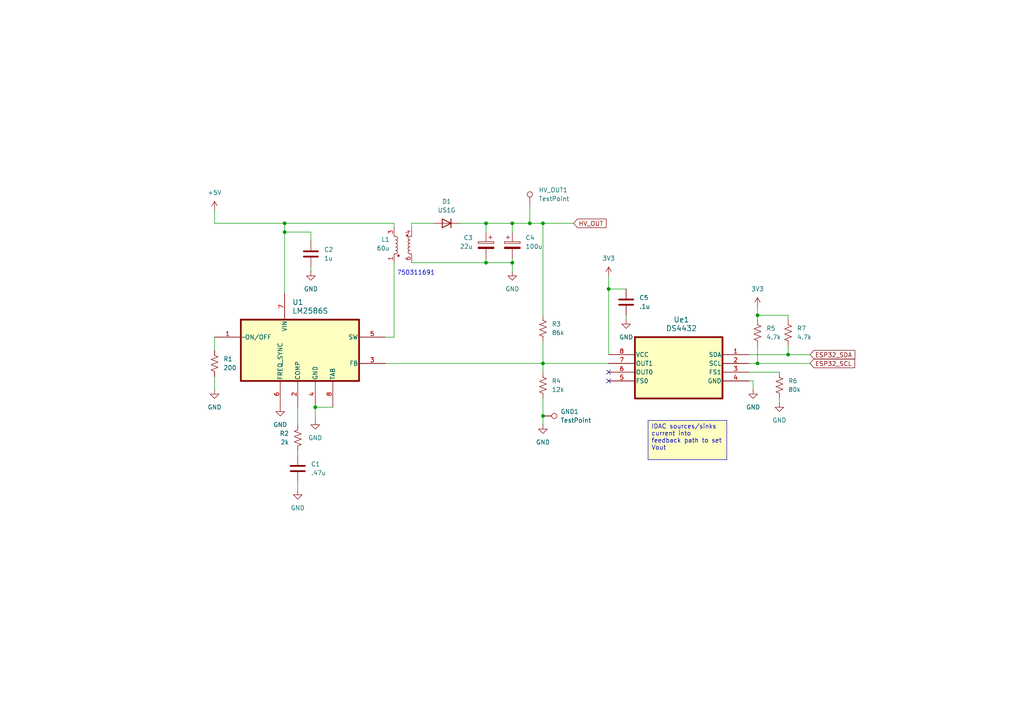
<source format=kicad_sch>
(kicad_sch
	(version 20231120)
	(generator "eeschema")
	(generator_version "8.0")
	(uuid "e17539dc-eb72-4fe2-b815-4c8bdef3c231")
	(paper "A4")
	(lib_symbols
		(symbol "Connector:TestPoint"
			(pin_numbers hide)
			(pin_names
				(offset 0.762) hide)
			(exclude_from_sim no)
			(in_bom yes)
			(on_board yes)
			(property "Reference" "TP"
				(at 0 6.858 0)
				(effects
					(font
						(size 1.27 1.27)
					)
				)
			)
			(property "Value" "TestPoint"
				(at 0 5.08 0)
				(effects
					(font
						(size 1.27 1.27)
					)
				)
			)
			(property "Footprint" ""
				(at 5.08 0 0)
				(effects
					(font
						(size 1.27 1.27)
					)
					(hide yes)
				)
			)
			(property "Datasheet" "~"
				(at 5.08 0 0)
				(effects
					(font
						(size 1.27 1.27)
					)
					(hide yes)
				)
			)
			(property "Description" "test point"
				(at 0 0 0)
				(effects
					(font
						(size 1.27 1.27)
					)
					(hide yes)
				)
			)
			(property "ki_keywords" "test point tp"
				(at 0 0 0)
				(effects
					(font
						(size 1.27 1.27)
					)
					(hide yes)
				)
			)
			(property "ki_fp_filters" "Pin* Test*"
				(at 0 0 0)
				(effects
					(font
						(size 1.27 1.27)
					)
					(hide yes)
				)
			)
			(symbol "TestPoint_0_1"
				(circle
					(center 0 3.302)
					(radius 0.762)
					(stroke
						(width 0)
						(type default)
					)
					(fill
						(type none)
					)
				)
			)
			(symbol "TestPoint_1_1"
				(pin passive line
					(at 0 0 90)
					(length 2.54)
					(name "1"
						(effects
							(font
								(size 1.27 1.27)
							)
						)
					)
					(number "1"
						(effects
							(font
								(size 1.27 1.27)
							)
						)
					)
				)
			)
		)
		(symbol "Device:C"
			(pin_numbers hide)
			(pin_names
				(offset 0.254)
			)
			(exclude_from_sim no)
			(in_bom yes)
			(on_board yes)
			(property "Reference" "C"
				(at 0.635 2.54 0)
				(effects
					(font
						(size 1.27 1.27)
					)
					(justify left)
				)
			)
			(property "Value" "C"
				(at 0.635 -2.54 0)
				(effects
					(font
						(size 1.27 1.27)
					)
					(justify left)
				)
			)
			(property "Footprint" ""
				(at 0.9652 -3.81 0)
				(effects
					(font
						(size 1.27 1.27)
					)
					(hide yes)
				)
			)
			(property "Datasheet" "~"
				(at 0 0 0)
				(effects
					(font
						(size 1.27 1.27)
					)
					(hide yes)
				)
			)
			(property "Description" "Unpolarized capacitor"
				(at 0 0 0)
				(effects
					(font
						(size 1.27 1.27)
					)
					(hide yes)
				)
			)
			(property "ki_keywords" "cap capacitor"
				(at 0 0 0)
				(effects
					(font
						(size 1.27 1.27)
					)
					(hide yes)
				)
			)
			(property "ki_fp_filters" "C_*"
				(at 0 0 0)
				(effects
					(font
						(size 1.27 1.27)
					)
					(hide yes)
				)
			)
			(symbol "C_0_1"
				(polyline
					(pts
						(xy -2.032 -0.762) (xy 2.032 -0.762)
					)
					(stroke
						(width 0.508)
						(type default)
					)
					(fill
						(type none)
					)
				)
				(polyline
					(pts
						(xy -2.032 0.762) (xy 2.032 0.762)
					)
					(stroke
						(width 0.508)
						(type default)
					)
					(fill
						(type none)
					)
				)
			)
			(symbol "C_1_1"
				(pin passive line
					(at 0 3.81 270)
					(length 2.794)
					(name "~"
						(effects
							(font
								(size 1.27 1.27)
							)
						)
					)
					(number "1"
						(effects
							(font
								(size 1.27 1.27)
							)
						)
					)
				)
				(pin passive line
					(at 0 -3.81 90)
					(length 2.794)
					(name "~"
						(effects
							(font
								(size 1.27 1.27)
							)
						)
					)
					(number "2"
						(effects
							(font
								(size 1.27 1.27)
							)
						)
					)
				)
			)
		)
		(symbol "Device:C_Polarized"
			(pin_numbers hide)
			(pin_names
				(offset 0.254)
			)
			(exclude_from_sim no)
			(in_bom yes)
			(on_board yes)
			(property "Reference" "C"
				(at 0.635 2.54 0)
				(effects
					(font
						(size 1.27 1.27)
					)
					(justify left)
				)
			)
			(property "Value" "C_Polarized"
				(at 0.635 -2.54 0)
				(effects
					(font
						(size 1.27 1.27)
					)
					(justify left)
				)
			)
			(property "Footprint" ""
				(at 0.9652 -3.81 0)
				(effects
					(font
						(size 1.27 1.27)
					)
					(hide yes)
				)
			)
			(property "Datasheet" "~"
				(at 0 0 0)
				(effects
					(font
						(size 1.27 1.27)
					)
					(hide yes)
				)
			)
			(property "Description" "Polarized capacitor"
				(at 0 0 0)
				(effects
					(font
						(size 1.27 1.27)
					)
					(hide yes)
				)
			)
			(property "ki_keywords" "cap capacitor"
				(at 0 0 0)
				(effects
					(font
						(size 1.27 1.27)
					)
					(hide yes)
				)
			)
			(property "ki_fp_filters" "CP_*"
				(at 0 0 0)
				(effects
					(font
						(size 1.27 1.27)
					)
					(hide yes)
				)
			)
			(symbol "C_Polarized_0_1"
				(rectangle
					(start -2.286 0.508)
					(end 2.286 1.016)
					(stroke
						(width 0)
						(type default)
					)
					(fill
						(type none)
					)
				)
				(polyline
					(pts
						(xy -1.778 2.286) (xy -0.762 2.286)
					)
					(stroke
						(width 0)
						(type default)
					)
					(fill
						(type none)
					)
				)
				(polyline
					(pts
						(xy -1.27 2.794) (xy -1.27 1.778)
					)
					(stroke
						(width 0)
						(type default)
					)
					(fill
						(type none)
					)
				)
				(rectangle
					(start 2.286 -0.508)
					(end -2.286 -1.016)
					(stroke
						(width 0)
						(type default)
					)
					(fill
						(type outline)
					)
				)
			)
			(symbol "C_Polarized_1_1"
				(pin passive line
					(at 0 3.81 270)
					(length 2.794)
					(name "~"
						(effects
							(font
								(size 1.27 1.27)
							)
						)
					)
					(number "1"
						(effects
							(font
								(size 1.27 1.27)
							)
						)
					)
				)
				(pin passive line
					(at 0 -3.81 90)
					(length 2.794)
					(name "~"
						(effects
							(font
								(size 1.27 1.27)
							)
						)
					)
					(number "2"
						(effects
							(font
								(size 1.27 1.27)
							)
						)
					)
				)
			)
		)
		(symbol "Device:L_Coupled"
			(pin_names
				(offset 0.254) hide)
			(exclude_from_sim no)
			(in_bom yes)
			(on_board yes)
			(property "Reference" "L1"
				(at -1.6511 3.81 90)
				(effects
					(font
						(size 1.27 1.27)
					)
					(justify left)
				)
			)
			(property "Value" "L_Coupled"
				(at 0.8889 3.81 90)
				(effects
					(font
						(size 1.27 1.27)
					)
					(justify left)
				)
			)
			(property "Footprint" ""
				(at 0 0 0)
				(effects
					(font
						(size 1.27 1.27)
					)
					(hide yes)
				)
			)
			(property "Datasheet" "~"
				(at 0 0 0)
				(effects
					(font
						(size 1.27 1.27)
					)
					(hide yes)
				)
			)
			(property "Description" "Coupled inductor"
				(at 0 0 0)
				(effects
					(font
						(size 1.27 1.27)
					)
					(hide yes)
				)
			)
			(property "ki_keywords" "inductor choke coil reactor magnetic coupled"
				(at 0 0 0)
				(effects
					(font
						(size 1.27 1.27)
					)
					(hide yes)
				)
			)
			(property "ki_fp_filters" "Choke_* *Coil* Inductor_* L_*"
				(at 0 0 0)
				(effects
					(font
						(size 1.27 1.27)
					)
					(hide yes)
				)
			)
			(symbol "L_Coupled_0_1"
				(circle
					(center -2.794 -1.27)
					(radius 0.254)
					(stroke
						(width 0)
						(type default)
					)
					(fill
						(type outline)
					)
				)
				(arc
					(start -2.54 2.032)
					(mid -2.032 1.5262)
					(end -1.524 2.032)
					(stroke
						(width 0)
						(type default)
					)
					(fill
						(type none)
					)
				)
				(arc
					(start -1.524 -2.032)
					(mid -2.032 -1.5262)
					(end -2.54 -2.032)
					(stroke
						(width 0)
						(type default)
					)
					(fill
						(type none)
					)
				)
				(arc
					(start -1.524 2.032)
					(mid -1.016 1.5262)
					(end -0.508 2.032)
					(stroke
						(width 0)
						(type default)
					)
					(fill
						(type none)
					)
				)
				(arc
					(start -0.508 -2.032)
					(mid -1.016 -1.5262)
					(end -1.524 -2.032)
					(stroke
						(width 0)
						(type default)
					)
					(fill
						(type none)
					)
				)
				(arc
					(start -0.508 2.032)
					(mid 0 1.5262)
					(end 0.508 2.032)
					(stroke
						(width 0)
						(type default)
					)
					(fill
						(type none)
					)
				)
				(polyline
					(pts
						(xy -2.54 -2.032) (xy -2.54 -2.54)
					)
					(stroke
						(width 0)
						(type default)
					)
					(fill
						(type none)
					)
				)
				(polyline
					(pts
						(xy -2.54 2.032) (xy -2.54 2.54)
					)
					(stroke
						(width 0)
						(type default)
					)
					(fill
						(type none)
					)
				)
				(polyline
					(pts
						(xy 2.54 -2.032) (xy 2.54 -2.54)
					)
					(stroke
						(width 0)
						(type default)
					)
					(fill
						(type none)
					)
				)
				(polyline
					(pts
						(xy 2.54 2.54) (xy 2.54 2.032)
					)
					(stroke
						(width 0)
						(type default)
					)
					(fill
						(type none)
					)
				)
				(arc
					(start 0.508 -2.032)
					(mid 0 -1.5262)
					(end -0.508 -2.032)
					(stroke
						(width 0)
						(type default)
					)
					(fill
						(type none)
					)
				)
				(arc
					(start 0.508 2.032)
					(mid 1.016 1.5262)
					(end 1.524 2.032)
					(stroke
						(width 0)
						(type default)
					)
					(fill
						(type none)
					)
				)
				(arc
					(start 1.524 -2.032)
					(mid 1.016 -1.5262)
					(end 0.508 -2.032)
					(stroke
						(width 0)
						(type default)
					)
					(fill
						(type none)
					)
				)
				(arc
					(start 1.524 2.032)
					(mid 2.032 1.5262)
					(end 2.54 2.032)
					(stroke
						(width 0)
						(type default)
					)
					(fill
						(type none)
					)
				)
				(arc
					(start 2.54 -2.032)
					(mid 2.032 -1.5262)
					(end 1.524 -2.032)
					(stroke
						(width 0)
						(type default)
					)
					(fill
						(type none)
					)
				)
				(circle
					(center 3.048 1.27)
					(radius 0.254)
					(stroke
						(width 0)
						(type default)
					)
					(fill
						(type outline)
					)
				)
			)
			(symbol "L_Coupled_1_1"
				(pin passive line
					(at 5.08 2.54 180)
					(length 2.54)
					(name "1"
						(effects
							(font
								(size 1.27 1.27)
							)
						)
					)
					(number "1"
						(effects
							(font
								(size 1.27 1.27)
							)
						)
					)
				)
				(pin passive line
					(at -5.08 2.54 0)
					(length 2.54)
					(name "3"
						(effects
							(font
								(size 1.27 1.27)
							)
						)
					)
					(number "3"
						(effects
							(font
								(size 1.27 1.27)
							)
						)
					)
				)
				(pin passive line
					(at -5.08 -2.54 0)
					(length 2.54)
					(name "4"
						(effects
							(font
								(size 1.27 1.27)
							)
						)
					)
					(number "4"
						(effects
							(font
								(size 1.27 1.27)
							)
						)
					)
				)
				(pin passive line
					(at 5.08 -2.54 180)
					(length 2.54)
					(name "6"
						(effects
							(font
								(size 1.27 1.27)
							)
						)
					)
					(number "6"
						(effects
							(font
								(size 1.27 1.27)
							)
						)
					)
				)
			)
		)
		(symbol "Device:R_US"
			(pin_numbers hide)
			(pin_names
				(offset 0)
			)
			(exclude_from_sim no)
			(in_bom yes)
			(on_board yes)
			(property "Reference" "R"
				(at 2.54 0 90)
				(effects
					(font
						(size 1.27 1.27)
					)
				)
			)
			(property "Value" "R_US"
				(at -2.54 0 90)
				(effects
					(font
						(size 1.27 1.27)
					)
				)
			)
			(property "Footprint" ""
				(at 1.016 -0.254 90)
				(effects
					(font
						(size 1.27 1.27)
					)
					(hide yes)
				)
			)
			(property "Datasheet" "~"
				(at 0 0 0)
				(effects
					(font
						(size 1.27 1.27)
					)
					(hide yes)
				)
			)
			(property "Description" "Resistor, US symbol"
				(at 0 0 0)
				(effects
					(font
						(size 1.27 1.27)
					)
					(hide yes)
				)
			)
			(property "ki_keywords" "R res resistor"
				(at 0 0 0)
				(effects
					(font
						(size 1.27 1.27)
					)
					(hide yes)
				)
			)
			(property "ki_fp_filters" "R_*"
				(at 0 0 0)
				(effects
					(font
						(size 1.27 1.27)
					)
					(hide yes)
				)
			)
			(symbol "R_US_0_1"
				(polyline
					(pts
						(xy 0 -2.286) (xy 0 -2.54)
					)
					(stroke
						(width 0)
						(type default)
					)
					(fill
						(type none)
					)
				)
				(polyline
					(pts
						(xy 0 2.286) (xy 0 2.54)
					)
					(stroke
						(width 0)
						(type default)
					)
					(fill
						(type none)
					)
				)
				(polyline
					(pts
						(xy 0 -0.762) (xy 1.016 -1.143) (xy 0 -1.524) (xy -1.016 -1.905) (xy 0 -2.286)
					)
					(stroke
						(width 0)
						(type default)
					)
					(fill
						(type none)
					)
				)
				(polyline
					(pts
						(xy 0 0.762) (xy 1.016 0.381) (xy 0 0) (xy -1.016 -0.381) (xy 0 -0.762)
					)
					(stroke
						(width 0)
						(type default)
					)
					(fill
						(type none)
					)
				)
				(polyline
					(pts
						(xy 0 2.286) (xy 1.016 1.905) (xy 0 1.524) (xy -1.016 1.143) (xy 0 0.762)
					)
					(stroke
						(width 0)
						(type default)
					)
					(fill
						(type none)
					)
				)
			)
			(symbol "R_US_1_1"
				(pin passive line
					(at 0 3.81 270)
					(length 1.27)
					(name "~"
						(effects
							(font
								(size 1.27 1.27)
							)
						)
					)
					(number "1"
						(effects
							(font
								(size 1.27 1.27)
							)
						)
					)
				)
				(pin passive line
					(at 0 -3.81 90)
					(length 1.27)
					(name "~"
						(effects
							(font
								(size 1.27 1.27)
							)
						)
					)
					(number "2"
						(effects
							(font
								(size 1.27 1.27)
							)
						)
					)
				)
			)
		)
		(symbol "Diode:US1G"
			(pin_numbers hide)
			(pin_names hide)
			(exclude_from_sim no)
			(in_bom yes)
			(on_board yes)
			(property "Reference" "D"
				(at 0 2.54 0)
				(effects
					(font
						(size 1.27 1.27)
					)
				)
			)
			(property "Value" "US1G"
				(at 0 -2.54 0)
				(effects
					(font
						(size 1.27 1.27)
					)
				)
			)
			(property "Footprint" "Diode_SMD:D_SMA"
				(at 0 -4.445 0)
				(effects
					(font
						(size 1.27 1.27)
					)
					(hide yes)
				)
			)
			(property "Datasheet" "https://www.diodes.com/assets/Datasheets/ds16008.pdf"
				(at 0 0 0)
				(effects
					(font
						(size 1.27 1.27)
					)
					(hide yes)
				)
			)
			(property "Description" "400V, 1A, General Purpose Rectifier Diode, SMA(DO-214AC)"
				(at 0 0 0)
				(effects
					(font
						(size 1.27 1.27)
					)
					(hide yes)
				)
			)
			(property "Sim.Device" "D"
				(at 0 0 0)
				(effects
					(font
						(size 1.27 1.27)
					)
					(hide yes)
				)
			)
			(property "Sim.Pins" "1=K 2=A"
				(at 0 0 0)
				(effects
					(font
						(size 1.27 1.27)
					)
					(hide yes)
				)
			)
			(property "ki_keywords" "Ultra Fast"
				(at 0 0 0)
				(effects
					(font
						(size 1.27 1.27)
					)
					(hide yes)
				)
			)
			(property "ki_fp_filters" "D*SMA*"
				(at 0 0 0)
				(effects
					(font
						(size 1.27 1.27)
					)
					(hide yes)
				)
			)
			(symbol "US1G_0_1"
				(polyline
					(pts
						(xy -1.27 1.27) (xy -1.27 -1.27)
					)
					(stroke
						(width 0.254)
						(type default)
					)
					(fill
						(type none)
					)
				)
				(polyline
					(pts
						(xy 1.27 0) (xy -1.27 0)
					)
					(stroke
						(width 0)
						(type default)
					)
					(fill
						(type none)
					)
				)
				(polyline
					(pts
						(xy 1.27 1.27) (xy 1.27 -1.27) (xy -1.27 0) (xy 1.27 1.27)
					)
					(stroke
						(width 0.254)
						(type default)
					)
					(fill
						(type none)
					)
				)
			)
			(symbol "US1G_1_1"
				(pin passive line
					(at -3.81 0 0)
					(length 2.54)
					(name "K"
						(effects
							(font
								(size 1.27 1.27)
							)
						)
					)
					(number "1"
						(effects
							(font
								(size 1.27 1.27)
							)
						)
					)
				)
				(pin passive line
					(at 3.81 0 180)
					(length 2.54)
					(name "A"
						(effects
							(font
								(size 1.27 1.27)
							)
						)
					)
					(number "2"
						(effects
							(font
								(size 1.27 1.27)
							)
						)
					)
				)
			)
		)
		(symbol "FES_SymbolLib:LM2586S-5.0_NOPB"
			(pin_names
				(offset 0.254)
			)
			(exclude_from_sim no)
			(in_bom yes)
			(on_board yes)
			(property "Reference" "U3"
				(at 42.8341 10.16 0)
				(effects
					(font
						(size 1.524 1.524)
					)
					(justify left)
				)
			)
			(property "Value" "LM2586S"
				(at 42.8341 7.62 0)
				(effects
					(font
						(size 1.524 1.524)
					)
					(justify left)
				)
			)
			(property "Footprint" "TS7B"
				(at 20.32 0 0)
				(effects
					(font
						(size 1.27 1.27)
						(italic yes)
					)
					(hide yes)
				)
			)
			(property "Datasheet" "LM2586S-5.0/NOPB"
				(at 20.32 0 0)
				(effects
					(font
						(size 1.27 1.27)
						(italic yes)
					)
					(hide yes)
				)
			)
			(property "Description" ""
				(at 20.32 0 0)
				(effects
					(font
						(size 1.27 1.27)
					)
					(hide yes)
				)
			)
			(property "ki_locked" ""
				(at 0 0 0)
				(effects
					(font
						(size 1.27 1.27)
					)
				)
			)
			(property "ki_keywords" "LM2586S-5.0/NOPB"
				(at 0 0 0)
				(effects
					(font
						(size 1.27 1.27)
					)
					(hide yes)
				)
			)
			(property "ki_fp_filters" "TS7B TS7B-M TS7B-L"
				(at 0 0 0)
				(effects
					(font
						(size 1.27 1.27)
					)
					(hide yes)
				)
			)
			(symbol "LM2586S-5.0_NOPB_0_1"
				(polyline
					(pts
						(xy 27.94 5.08) (xy 27.94 -12.7)
					)
					(stroke
						(width 0.127)
						(type default)
					)
					(fill
						(type none)
					)
				)
				(pin passive line
					(at 44.45 -20.32 90)
					(length 7.62)
					(name "COMP"
						(effects
							(font
								(size 1.27 1.27)
							)
						)
					)
					(number "2"
						(effects
							(font
								(size 1.27 1.27)
							)
						)
					)
				)
				(pin passive line
					(at 69.85 -7.62 180)
					(length 7.62)
					(name "FB"
						(effects
							(font
								(size 1.27 1.27)
							)
						)
					)
					(number "3"
						(effects
							(font
								(size 1.27 1.27)
							)
						)
					)
				)
				(pin passive line
					(at 49.53 -20.32 90)
					(length 7.62)
					(name "GND"
						(effects
							(font
								(size 1.27 1.27)
							)
						)
					)
					(number "4"
						(effects
							(font
								(size 1.27 1.27)
							)
						)
					)
				)
				(pin output line
					(at 69.85 0 180)
					(length 7.62)
					(name "SW"
						(effects
							(font
								(size 1.27 1.27)
							)
						)
					)
					(number "5"
						(effects
							(font
								(size 1.27 1.27)
							)
						)
					)
				)
				(pin passive line
					(at 39.37 -20.32 90)
					(length 7.62)
					(name "FREQ_SYNC"
						(effects
							(font
								(size 1.27 1.27)
							)
						)
					)
					(number "6"
						(effects
							(font
								(size 1.27 1.27)
							)
						)
					)
				)
				(pin input line
					(at 40.64 12.7 270)
					(length 7.62)
					(name "VIN"
						(effects
							(font
								(size 1.27 1.27)
							)
						)
					)
					(number "7"
						(effects
							(font
								(size 1.27 1.27)
							)
						)
					)
				)
				(pin unspecified line
					(at 54.61 -20.32 90)
					(length 7.62)
					(name "TAB"
						(effects
							(font
								(size 1.27 1.27)
							)
						)
					)
					(number "8"
						(effects
							(font
								(size 1.27 1.27)
							)
						)
					)
				)
			)
			(symbol "LM2586S-5.0_NOPB_1_1"
				(rectangle
					(start 27.94 5.08)
					(end 62.23 -12.7)
					(stroke
						(width 0.508)
						(type default)
						(color 132 0 0 1)
					)
					(fill
						(type background)
					)
				)
				(pin passive line
					(at 20.32 0 0)
					(length 7.62)
					(name "~ON/OFF"
						(effects
							(font
								(size 1.27 1.27)
							)
						)
					)
					(number "1"
						(effects
							(font
								(size 1.27 1.27)
							)
						)
					)
				)
			)
		)
		(symbol "FES_SymbolLib:ds4432u+"
			(pin_names
				(offset 0.254)
			)
			(exclude_from_sim no)
			(in_bom yes)
			(on_board yes)
			(property "Reference" "Ue"
				(at 19.5389 10.16 0)
				(effects
					(font
						(size 1.524 1.524)
					)
				)
			)
			(property "Value" "DS4432"
				(at 19.5389 7.62 0)
				(effects
					(font
						(size 1.524 1.524)
					)
				)
			)
			(property "Footprint" "21-0036_U8+1_MXM"
				(at 0 0 0)
				(effects
					(font
						(size 1.27 1.27)
						(italic yes)
					)
					(hide yes)
				)
			)
			(property "Datasheet" "ds4432u+"
				(at 0 0 0)
				(effects
					(font
						(size 1.27 1.27)
						(italic yes)
					)
					(hide yes)
				)
			)
			(property "Description" ""
				(at 0 0 0)
				(effects
					(font
						(size 1.27 1.27)
					)
					(hide yes)
				)
			)
			(property "ki_locked" ""
				(at 0 0 0)
				(effects
					(font
						(size 1.27 1.27)
					)
				)
			)
			(property "ki_keywords" "ds4432u+"
				(at 0 0 0)
				(effects
					(font
						(size 1.27 1.27)
					)
					(hide yes)
				)
			)
			(property "ki_fp_filters" "21-0036_U8+1_MXM 21-0036_U8+1_MXM-M 21-0036_U8+1_MXM-L"
				(at 0 0 0)
				(effects
					(font
						(size 1.27 1.27)
					)
					(hide yes)
				)
			)
			(symbol "ds4432u+_0_1"
				(polyline
					(pts
						(xy 7.62 -12.7) (xy 33.02 -12.7)
					)
					(stroke
						(width 0.127)
						(type default)
					)
					(fill
						(type none)
					)
				)
				(polyline
					(pts
						(xy 7.62 5.08) (xy 7.62 -12.7)
					)
					(stroke
						(width 0.127)
						(type default)
					)
					(fill
						(type none)
					)
				)
				(polyline
					(pts
						(xy 33.02 -12.7) (xy 33.02 5.08)
					)
					(stroke
						(width 0.127)
						(type default)
					)
					(fill
						(type none)
					)
				)
				(polyline
					(pts
						(xy 33.02 5.08) (xy 7.62 5.08)
					)
					(stroke
						(width 0.127)
						(type default)
					)
					(fill
						(type none)
					)
				)
				(pin bidirectional line
					(at 0 0 0)
					(length 7.62)
					(name "SDA"
						(effects
							(font
								(size 1.27 1.27)
							)
						)
					)
					(number "1"
						(effects
							(font
								(size 1.27 1.27)
							)
						)
					)
				)
				(pin input line
					(at 0 -2.54 0)
					(length 7.62)
					(name "SCL"
						(effects
							(font
								(size 1.27 1.27)
							)
						)
					)
					(number "2"
						(effects
							(font
								(size 1.27 1.27)
							)
						)
					)
				)
				(pin input line
					(at 0 -5.08 0)
					(length 7.62)
					(name "FS1"
						(effects
							(font
								(size 1.27 1.27)
							)
						)
					)
					(number "3"
						(effects
							(font
								(size 1.27 1.27)
							)
						)
					)
				)
				(pin power_in line
					(at 0 -7.62 0)
					(length 7.62)
					(name "GND"
						(effects
							(font
								(size 1.27 1.27)
							)
						)
					)
					(number "4"
						(effects
							(font
								(size 1.27 1.27)
							)
						)
					)
				)
				(pin input line
					(at 40.64 -7.62 180)
					(length 7.62)
					(name "FS0"
						(effects
							(font
								(size 1.27 1.27)
							)
						)
					)
					(number "5"
						(effects
							(font
								(size 1.27 1.27)
							)
						)
					)
				)
				(pin output line
					(at 40.64 -5.08 180)
					(length 7.62)
					(name "OUT0"
						(effects
							(font
								(size 1.27 1.27)
							)
						)
					)
					(number "6"
						(effects
							(font
								(size 1.27 1.27)
							)
						)
					)
				)
				(pin output line
					(at 40.64 -2.54 180)
					(length 7.62)
					(name "OUT1"
						(effects
							(font
								(size 1.27 1.27)
							)
						)
					)
					(number "7"
						(effects
							(font
								(size 1.27 1.27)
							)
						)
					)
				)
				(pin power_in line
					(at 40.64 0 180)
					(length 7.62)
					(name "VCC"
						(effects
							(font
								(size 1.27 1.27)
							)
						)
					)
					(number "8"
						(effects
							(font
								(size 1.27 1.27)
							)
						)
					)
				)
			)
			(symbol "ds4432u+_1_1"
				(rectangle
					(start 7.62 5.08)
					(end 33.02 -12.7)
					(stroke
						(width 0.508)
						(type default)
						(color 132 0 0 1)
					)
					(fill
						(type background)
					)
				)
			)
		)
		(symbol "power:+5V"
			(power)
			(pin_numbers hide)
			(pin_names
				(offset 0) hide)
			(exclude_from_sim no)
			(in_bom yes)
			(on_board yes)
			(property "Reference" "#PWR"
				(at 0 -3.81 0)
				(effects
					(font
						(size 1.27 1.27)
					)
					(hide yes)
				)
			)
			(property "Value" "+5V"
				(at 0 3.556 0)
				(effects
					(font
						(size 1.27 1.27)
					)
				)
			)
			(property "Footprint" ""
				(at 0 0 0)
				(effects
					(font
						(size 1.27 1.27)
					)
					(hide yes)
				)
			)
			(property "Datasheet" ""
				(at 0 0 0)
				(effects
					(font
						(size 1.27 1.27)
					)
					(hide yes)
				)
			)
			(property "Description" "Power symbol creates a global label with name \"+5V\""
				(at 0 0 0)
				(effects
					(font
						(size 1.27 1.27)
					)
					(hide yes)
				)
			)
			(property "ki_keywords" "global power"
				(at 0 0 0)
				(effects
					(font
						(size 1.27 1.27)
					)
					(hide yes)
				)
			)
			(symbol "+5V_0_1"
				(polyline
					(pts
						(xy -0.762 1.27) (xy 0 2.54)
					)
					(stroke
						(width 0)
						(type default)
					)
					(fill
						(type none)
					)
				)
				(polyline
					(pts
						(xy 0 0) (xy 0 2.54)
					)
					(stroke
						(width 0)
						(type default)
					)
					(fill
						(type none)
					)
				)
				(polyline
					(pts
						(xy 0 2.54) (xy 0.762 1.27)
					)
					(stroke
						(width 0)
						(type default)
					)
					(fill
						(type none)
					)
				)
			)
			(symbol "+5V_1_1"
				(pin power_in line
					(at 0 0 90)
					(length 0)
					(name "~"
						(effects
							(font
								(size 1.27 1.27)
							)
						)
					)
					(number "1"
						(effects
							(font
								(size 1.27 1.27)
							)
						)
					)
				)
			)
		)
		(symbol "power:GND"
			(power)
			(pin_numbers hide)
			(pin_names
				(offset 0) hide)
			(exclude_from_sim no)
			(in_bom yes)
			(on_board yes)
			(property "Reference" "#PWR"
				(at 0 -6.35 0)
				(effects
					(font
						(size 1.27 1.27)
					)
					(hide yes)
				)
			)
			(property "Value" "GND"
				(at 0 -3.81 0)
				(effects
					(font
						(size 1.27 1.27)
					)
				)
			)
			(property "Footprint" ""
				(at 0 0 0)
				(effects
					(font
						(size 1.27 1.27)
					)
					(hide yes)
				)
			)
			(property "Datasheet" ""
				(at 0 0 0)
				(effects
					(font
						(size 1.27 1.27)
					)
					(hide yes)
				)
			)
			(property "Description" "Power symbol creates a global label with name \"GND\" , ground"
				(at 0 0 0)
				(effects
					(font
						(size 1.27 1.27)
					)
					(hide yes)
				)
			)
			(property "ki_keywords" "global power"
				(at 0 0 0)
				(effects
					(font
						(size 1.27 1.27)
					)
					(hide yes)
				)
			)
			(symbol "GND_0_1"
				(polyline
					(pts
						(xy 0 0) (xy 0 -1.27) (xy 1.27 -1.27) (xy 0 -2.54) (xy -1.27 -1.27) (xy 0 -1.27)
					)
					(stroke
						(width 0)
						(type default)
					)
					(fill
						(type none)
					)
				)
			)
			(symbol "GND_1_1"
				(pin power_in line
					(at 0 0 270)
					(length 0)
					(name "~"
						(effects
							(font
								(size 1.27 1.27)
							)
						)
					)
					(number "1"
						(effects
							(font
								(size 1.27 1.27)
							)
						)
					)
				)
			)
		)
		(symbol "power:VCC"
			(power)
			(pin_numbers hide)
			(pin_names
				(offset 0) hide)
			(exclude_from_sim no)
			(in_bom yes)
			(on_board yes)
			(property "Reference" "#PWR"
				(at 0 -3.81 0)
				(effects
					(font
						(size 1.27 1.27)
					)
					(hide yes)
				)
			)
			(property "Value" "VCC"
				(at 0 3.556 0)
				(effects
					(font
						(size 1.27 1.27)
					)
				)
			)
			(property "Footprint" ""
				(at 0 0 0)
				(effects
					(font
						(size 1.27 1.27)
					)
					(hide yes)
				)
			)
			(property "Datasheet" ""
				(at 0 0 0)
				(effects
					(font
						(size 1.27 1.27)
					)
					(hide yes)
				)
			)
			(property "Description" "Power symbol creates a global label with name \"VCC\""
				(at 0 0 0)
				(effects
					(font
						(size 1.27 1.27)
					)
					(hide yes)
				)
			)
			(property "ki_keywords" "global power"
				(at 0 0 0)
				(effects
					(font
						(size 1.27 1.27)
					)
					(hide yes)
				)
			)
			(symbol "VCC_0_1"
				(polyline
					(pts
						(xy -0.762 1.27) (xy 0 2.54)
					)
					(stroke
						(width 0)
						(type default)
					)
					(fill
						(type none)
					)
				)
				(polyline
					(pts
						(xy 0 0) (xy 0 2.54)
					)
					(stroke
						(width 0)
						(type default)
					)
					(fill
						(type none)
					)
				)
				(polyline
					(pts
						(xy 0 2.54) (xy 0.762 1.27)
					)
					(stroke
						(width 0)
						(type default)
					)
					(fill
						(type none)
					)
				)
			)
			(symbol "VCC_1_1"
				(pin power_in line
					(at 0 0 90)
					(length 0)
					(name "~"
						(effects
							(font
								(size 1.27 1.27)
							)
						)
					)
					(number "1"
						(effects
							(font
								(size 1.27 1.27)
							)
						)
					)
				)
			)
		)
	)
	(junction
		(at 219.71 105.41)
		(diameter 0)
		(color 0 0 0 0)
		(uuid "09f8bfb4-06d1-4c5f-9ddd-448e5706598f")
	)
	(junction
		(at 148.59 64.77)
		(diameter 0)
		(color 0 0 0 0)
		(uuid "0ca6f79d-bf23-4446-badf-1a03387fc292")
	)
	(junction
		(at 82.55 67.31)
		(diameter 0)
		(color 0 0 0 0)
		(uuid "1b01673f-da34-4c68-a158-1fe3c0efea8c")
	)
	(junction
		(at 82.55 64.77)
		(diameter 0)
		(color 0 0 0 0)
		(uuid "25d60c01-a7ca-49c7-bbf2-c8b79e1af7f0")
	)
	(junction
		(at 140.97 76.2)
		(diameter 0)
		(color 0 0 0 0)
		(uuid "36c47749-754f-4d12-abc1-3bfe2ab0ff18")
	)
	(junction
		(at 148.59 76.2)
		(diameter 0)
		(color 0 0 0 0)
		(uuid "47519c38-4365-4810-8c94-d1e5537f0baa")
	)
	(junction
		(at 176.53 83.82)
		(diameter 0)
		(color 0 0 0 0)
		(uuid "6f57fefe-ad67-4091-bd26-10c16c75e9bd")
	)
	(junction
		(at 91.44 118.11)
		(diameter 0)
		(color 0 0 0 0)
		(uuid "92fffa6b-ef6f-4bd2-8e89-70c1c9d652f5")
	)
	(junction
		(at 153.67 64.77)
		(diameter 0)
		(color 0 0 0 0)
		(uuid "954c48c1-1291-43ea-a87c-71bdaff12d8d")
	)
	(junction
		(at 157.48 64.77)
		(diameter 0)
		(color 0 0 0 0)
		(uuid "9a9f89ca-2592-4aa4-a1c6-273ee68f98cf")
	)
	(junction
		(at 140.97 64.77)
		(diameter 0)
		(color 0 0 0 0)
		(uuid "b909a1b4-6e42-400e-b737-32b7db8cbfde")
	)
	(junction
		(at 228.6 102.87)
		(diameter 0)
		(color 0 0 0 0)
		(uuid "e7a3ec8d-e52b-47b4-a772-a5f75f7bf546")
	)
	(junction
		(at 219.71 91.44)
		(diameter 0)
		(color 0 0 0 0)
		(uuid "ee679101-71ef-4fec-b5cb-704a629f6a43")
	)
	(junction
		(at 157.48 120.65)
		(diameter 0)
		(color 0 0 0 0)
		(uuid "fb6b3ffc-60ab-4584-afbd-a1f8c306748e")
	)
	(junction
		(at 157.48 105.41)
		(diameter 0)
		(color 0 0 0 0)
		(uuid "fe205987-8a88-4942-abb1-5f7e738ceb5a")
	)
	(no_connect
		(at 176.53 110.49)
		(uuid "466c4713-35b3-432f-b208-bee9fbf86270")
	)
	(no_connect
		(at 176.53 107.95)
		(uuid "f12f2cc2-0901-43f6-9ab1-7f1a3f935a18")
	)
	(wire
		(pts
			(xy 217.17 107.95) (xy 226.06 107.95)
		)
		(stroke
			(width 0)
			(type default)
		)
		(uuid "0d19bc04-f244-4801-a341-032ac3b72755")
	)
	(wire
		(pts
			(xy 62.23 60.96) (xy 62.23 64.77)
		)
		(stroke
			(width 0)
			(type default)
		)
		(uuid "10e3f62a-b3a3-4ab3-9916-e7df1bde8369")
	)
	(wire
		(pts
			(xy 133.35 64.77) (xy 140.97 64.77)
		)
		(stroke
			(width 0)
			(type default)
		)
		(uuid "141f3b6c-735e-4fdd-8eac-35ebe8728c88")
	)
	(wire
		(pts
			(xy 82.55 67.31) (xy 90.17 67.31)
		)
		(stroke
			(width 0)
			(type default)
		)
		(uuid "165c1fa2-6193-4d2a-803a-4795bb4ceaed")
	)
	(wire
		(pts
			(xy 181.61 91.44) (xy 181.61 92.71)
		)
		(stroke
			(width 0)
			(type default)
		)
		(uuid "1db79788-e9c6-4c1d-a9f9-7e77a377fce9")
	)
	(wire
		(pts
			(xy 111.76 97.79) (xy 114.3 97.79)
		)
		(stroke
			(width 0)
			(type default)
		)
		(uuid "2433eb46-68a9-44be-add2-26428b318e04")
	)
	(wire
		(pts
			(xy 111.76 105.41) (xy 157.48 105.41)
		)
		(stroke
			(width 0)
			(type default)
		)
		(uuid "2fdb7600-e487-4069-903c-fa27e5c09fd1")
	)
	(wire
		(pts
			(xy 62.23 97.79) (xy 62.23 101.6)
		)
		(stroke
			(width 0)
			(type default)
		)
		(uuid "31399f4c-dab5-4080-87cf-6343e226c460")
	)
	(wire
		(pts
			(xy 219.71 100.33) (xy 219.71 105.41)
		)
		(stroke
			(width 0)
			(type default)
		)
		(uuid "32f58bf0-e520-4f88-84a5-3b42630f52e1")
	)
	(wire
		(pts
			(xy 140.97 74.93) (xy 140.97 76.2)
		)
		(stroke
			(width 0)
			(type default)
		)
		(uuid "3ac5d5d2-6357-4aa9-a435-22c3435b78ca")
	)
	(wire
		(pts
			(xy 217.17 102.87) (xy 228.6 102.87)
		)
		(stroke
			(width 0)
			(type default)
		)
		(uuid "44187dec-fc46-4549-af7f-5ed09c5067cf")
	)
	(wire
		(pts
			(xy 114.3 76.2) (xy 114.3 97.79)
		)
		(stroke
			(width 0)
			(type default)
		)
		(uuid "45cc6c4c-5982-491b-a979-c0e9bec45795")
	)
	(wire
		(pts
			(xy 219.71 91.44) (xy 228.6 91.44)
		)
		(stroke
			(width 0)
			(type default)
		)
		(uuid "5336a69d-9274-463d-8ea1-28893e005d62")
	)
	(wire
		(pts
			(xy 82.55 67.31) (xy 82.55 85.09)
		)
		(stroke
			(width 0)
			(type default)
		)
		(uuid "593af479-22f1-40a6-a569-2def058b39c6")
	)
	(wire
		(pts
			(xy 157.48 105.41) (xy 176.53 105.41)
		)
		(stroke
			(width 0)
			(type default)
		)
		(uuid "6043c026-e49f-4bcd-adc6-99e4de830e38")
	)
	(wire
		(pts
			(xy 157.48 115.57) (xy 157.48 120.65)
		)
		(stroke
			(width 0)
			(type default)
		)
		(uuid "6564074c-3f21-452b-a3e2-5fdd0b76a480")
	)
	(wire
		(pts
			(xy 140.97 64.77) (xy 140.97 67.31)
		)
		(stroke
			(width 0)
			(type default)
		)
		(uuid "68e91345-d93f-4164-a353-ffbce3458448")
	)
	(wire
		(pts
			(xy 218.44 110.49) (xy 218.44 113.03)
		)
		(stroke
			(width 0)
			(type default)
		)
		(uuid "6f0c9e26-2b86-40aa-8ecf-2b446c7d730c")
	)
	(wire
		(pts
			(xy 228.6 100.33) (xy 228.6 102.87)
		)
		(stroke
			(width 0)
			(type default)
		)
		(uuid "70bb89c5-eae3-4068-a341-063a3a539160")
	)
	(wire
		(pts
			(xy 153.67 64.77) (xy 157.48 64.77)
		)
		(stroke
			(width 0)
			(type default)
		)
		(uuid "73bc90f4-aaca-4af9-842a-ce2bd01a3dcd")
	)
	(wire
		(pts
			(xy 62.23 64.77) (xy 82.55 64.77)
		)
		(stroke
			(width 0)
			(type default)
		)
		(uuid "756bbf06-0b7d-4893-ad3a-73febee3597f")
	)
	(wire
		(pts
			(xy 86.36 118.11) (xy 86.36 123.19)
		)
		(stroke
			(width 0)
			(type default)
		)
		(uuid "824bd955-e7de-4e03-9097-0b8703741948")
	)
	(wire
		(pts
			(xy 86.36 139.7) (xy 86.36 142.24)
		)
		(stroke
			(width 0)
			(type default)
		)
		(uuid "868a329a-ec59-4576-9c4a-f3d9588c6299")
	)
	(wire
		(pts
			(xy 157.48 105.41) (xy 157.48 107.95)
		)
		(stroke
			(width 0)
			(type default)
		)
		(uuid "8ac28038-8be4-4875-a907-7748db3d86d9")
	)
	(wire
		(pts
			(xy 228.6 91.44) (xy 228.6 92.71)
		)
		(stroke
			(width 0)
			(type default)
		)
		(uuid "8fac71ae-7ed7-4219-935e-93f272dd98c9")
	)
	(wire
		(pts
			(xy 219.71 91.44) (xy 219.71 92.71)
		)
		(stroke
			(width 0)
			(type default)
		)
		(uuid "90583384-ace5-4322-945e-063049f84e8a")
	)
	(wire
		(pts
			(xy 82.55 64.77) (xy 82.55 67.31)
		)
		(stroke
			(width 0)
			(type default)
		)
		(uuid "92bc0511-7983-47a9-99aa-235fb02baa05")
	)
	(wire
		(pts
			(xy 219.71 88.9) (xy 219.71 91.44)
		)
		(stroke
			(width 0)
			(type default)
		)
		(uuid "9446cb51-badc-4d1f-9c65-a7ce00670913")
	)
	(wire
		(pts
			(xy 234.95 105.41) (xy 219.71 105.41)
		)
		(stroke
			(width 0)
			(type default)
		)
		(uuid "9ad8549c-d6c1-4a77-8f08-95645b289d4e")
	)
	(wire
		(pts
			(xy 82.55 64.77) (xy 114.3 64.77)
		)
		(stroke
			(width 0)
			(type default)
		)
		(uuid "ab41f179-3365-4df0-ab89-e92ab69e0343")
	)
	(wire
		(pts
			(xy 157.48 99.06) (xy 157.48 105.41)
		)
		(stroke
			(width 0)
			(type default)
		)
		(uuid "b939eac3-282e-45ba-bcbd-a0eae74fb577")
	)
	(wire
		(pts
			(xy 91.44 118.11) (xy 96.52 118.11)
		)
		(stroke
			(width 0)
			(type default)
		)
		(uuid "bcfe10c8-692a-4f41-829d-d4cdc310ed80")
	)
	(wire
		(pts
			(xy 119.38 64.77) (xy 125.73 64.77)
		)
		(stroke
			(width 0)
			(type default)
		)
		(uuid "bd747998-a8b4-456a-b167-8c0801721a50")
	)
	(wire
		(pts
			(xy 148.59 76.2) (xy 148.59 78.74)
		)
		(stroke
			(width 0)
			(type default)
		)
		(uuid "c25681a5-759e-43e8-a204-57feb6ce02e8")
	)
	(wire
		(pts
			(xy 90.17 77.47) (xy 90.17 78.74)
		)
		(stroke
			(width 0)
			(type default)
		)
		(uuid "c29da3ed-3fce-4f27-8926-46fcc87a41d1")
	)
	(wire
		(pts
			(xy 140.97 64.77) (xy 148.59 64.77)
		)
		(stroke
			(width 0)
			(type default)
		)
		(uuid "c8e9dfab-e25d-476a-888d-f54637a92eac")
	)
	(wire
		(pts
			(xy 219.71 105.41) (xy 217.17 105.41)
		)
		(stroke
			(width 0)
			(type default)
		)
		(uuid "c8fd1742-8171-4ad7-b4d7-dabe0e708dd0")
	)
	(wire
		(pts
			(xy 148.59 64.77) (xy 153.67 64.77)
		)
		(stroke
			(width 0)
			(type default)
		)
		(uuid "c9801547-1ac5-4a79-b925-229c2825cf47")
	)
	(wire
		(pts
			(xy 148.59 74.93) (xy 148.59 76.2)
		)
		(stroke
			(width 0)
			(type default)
		)
		(uuid "d1b3e177-5f0c-409f-b8cb-49907ab500e3")
	)
	(wire
		(pts
			(xy 176.53 83.82) (xy 181.61 83.82)
		)
		(stroke
			(width 0)
			(type default)
		)
		(uuid "d23ef616-bbca-49ba-8d3f-b2359634f1f8")
	)
	(wire
		(pts
			(xy 217.17 110.49) (xy 218.44 110.49)
		)
		(stroke
			(width 0)
			(type default)
		)
		(uuid "d41b1a1f-964f-43c8-84df-0d30c36a9f86")
	)
	(wire
		(pts
			(xy 140.97 76.2) (xy 148.59 76.2)
		)
		(stroke
			(width 0)
			(type default)
		)
		(uuid "d7d41558-2ec1-4524-8b38-c6e3428ecef8")
	)
	(wire
		(pts
			(xy 157.48 64.77) (xy 166.37 64.77)
		)
		(stroke
			(width 0)
			(type default)
		)
		(uuid "d7dcbfe8-0af6-4300-8f04-1e1648481258")
	)
	(wire
		(pts
			(xy 157.48 64.77) (xy 157.48 91.44)
		)
		(stroke
			(width 0)
			(type default)
		)
		(uuid "d8f4ff19-b248-417e-a3da-388d234220a1")
	)
	(wire
		(pts
			(xy 153.67 59.69) (xy 153.67 64.77)
		)
		(stroke
			(width 0)
			(type default)
		)
		(uuid "df04f4a5-8264-434f-9f3a-e295925623fd")
	)
	(wire
		(pts
			(xy 176.53 80.01) (xy 176.53 83.82)
		)
		(stroke
			(width 0)
			(type default)
		)
		(uuid "df515ab2-6ebf-4a66-a510-da7f3eb13af0")
	)
	(wire
		(pts
			(xy 119.38 66.04) (xy 119.38 64.77)
		)
		(stroke
			(width 0)
			(type default)
		)
		(uuid "e33cbadf-9f4e-4e3f-a05c-df5261387c82")
	)
	(wire
		(pts
			(xy 176.53 83.82) (xy 176.53 102.87)
		)
		(stroke
			(width 0)
			(type default)
		)
		(uuid "e641409a-33c3-44d1-bc14-8d26c33d6198")
	)
	(wire
		(pts
			(xy 226.06 115.57) (xy 226.06 116.84)
		)
		(stroke
			(width 0)
			(type default)
		)
		(uuid "e75a6d53-5cf4-4477-840c-8395c7d88505")
	)
	(wire
		(pts
			(xy 86.36 130.81) (xy 86.36 132.08)
		)
		(stroke
			(width 0)
			(type default)
		)
		(uuid "e969601d-5958-4784-ae1e-75bfe6f16e4a")
	)
	(wire
		(pts
			(xy 62.23 109.22) (xy 62.23 113.03)
		)
		(stroke
			(width 0)
			(type default)
		)
		(uuid "ea07d70f-347c-4958-a6e9-e01df6ea6d85")
	)
	(wire
		(pts
			(xy 234.95 102.87) (xy 228.6 102.87)
		)
		(stroke
			(width 0)
			(type default)
		)
		(uuid "ec826b4d-9b54-41f9-b6c4-2e8d426166bc")
	)
	(wire
		(pts
			(xy 119.38 76.2) (xy 140.97 76.2)
		)
		(stroke
			(width 0)
			(type default)
		)
		(uuid "ef0b51e4-6e7f-41db-836e-352357110aaa")
	)
	(wire
		(pts
			(xy 114.3 64.77) (xy 114.3 66.04)
		)
		(stroke
			(width 0)
			(type default)
		)
		(uuid "f37333af-784c-4324-b4f2-18b2856f6cba")
	)
	(wire
		(pts
			(xy 148.59 64.77) (xy 148.59 67.31)
		)
		(stroke
			(width 0)
			(type default)
		)
		(uuid "f43f2dfa-b31b-4af4-b110-d58be05df257")
	)
	(wire
		(pts
			(xy 91.44 118.11) (xy 91.44 121.92)
		)
		(stroke
			(width 0)
			(type default)
		)
		(uuid "f4c97ef9-1300-45ee-b127-cc7ae4a7cf98")
	)
	(wire
		(pts
			(xy 157.48 120.65) (xy 157.48 123.19)
		)
		(stroke
			(width 0)
			(type default)
		)
		(uuid "f4d55787-35e9-4d88-9f81-f72bceebdd2d")
	)
	(wire
		(pts
			(xy 90.17 67.31) (xy 90.17 69.85)
		)
		(stroke
			(width 0)
			(type default)
		)
		(uuid "fc945915-d621-4d89-b1ed-0a777e8c634e")
	)
	(text_box "IDAC sources/sinks current into feedback path to set Vout\n"
		(exclude_from_sim no)
		(at 187.96 121.92 0)
		(size 22.86 11.43)
		(stroke
			(width 0)
			(type default)
		)
		(fill
			(type color)
			(color 255 255 194 1)
		)
		(effects
			(font
				(size 1.27 1.27)
			)
			(justify left top)
		)
		(uuid "78598e3e-ea02-4f0e-a817-606daa2f9c00")
	)
	(text "750311691"
		(exclude_from_sim no)
		(at 120.65 79.248 0)
		(effects
			(font
				(size 1.27 1.27)
			)
		)
		(uuid "35308a7c-03b2-424c-8f7e-2f93e1826cbb")
	)
	(global_label "HV_OUT"
		(shape input)
		(at 166.37 64.77 0)
		(fields_autoplaced yes)
		(effects
			(font
				(size 1.27 1.27)
			)
			(justify left)
		)
		(uuid "1da63ecb-2954-4f01-a58d-c3e85381de33")
		(property "Intersheetrefs" "${INTERSHEET_REFS}"
			(at 176.3705 64.77 0)
			(effects
				(font
					(size 1.27 1.27)
				)
				(justify left)
				(hide yes)
			)
		)
	)
	(global_label "ESP32_SDA"
		(shape input)
		(at 234.95 102.87 0)
		(fields_autoplaced yes)
		(effects
			(font
				(size 1.27 1.27)
			)
			(justify left)
		)
		(uuid "7c353385-8775-48a6-94af-b8ea60e04c00")
		(property "Intersheetrefs" "${INTERSHEET_REFS}"
			(at 248.5184 102.87 0)
			(effects
				(font
					(size 1.27 1.27)
				)
				(justify left)
				(hide yes)
			)
		)
	)
	(global_label "ESP32_SCL"
		(shape input)
		(at 234.95 105.41 0)
		(fields_autoplaced yes)
		(effects
			(font
				(size 1.27 1.27)
			)
			(justify left)
		)
		(uuid "bc2d7602-c8ca-47b7-aa14-89a00991e1fa")
		(property "Intersheetrefs" "${INTERSHEET_REFS}"
			(at 248.4579 105.41 0)
			(effects
				(font
					(size 1.27 1.27)
				)
				(justify left)
				(hide yes)
			)
		)
	)
	(symbol
		(lib_id "Device:R_US")
		(at 157.48 95.25 0)
		(unit 1)
		(exclude_from_sim no)
		(in_bom yes)
		(on_board yes)
		(dnp no)
		(uuid "0535863d-c74c-4f43-9d43-e91f0c094f4c")
		(property "Reference" "R3"
			(at 160.02 93.9799 0)
			(effects
				(font
					(size 1.27 1.27)
				)
				(justify left)
			)
		)
		(property "Value" "86k"
			(at 160.02 96.5199 0)
			(effects
				(font
					(size 1.27 1.27)
				)
				(justify left)
			)
		)
		(property "Footprint" "Resistor_SMD:R_0805_2012Metric_Pad1.20x1.40mm_HandSolder"
			(at 158.496 95.504 90)
			(effects
				(font
					(size 1.27 1.27)
				)
				(hide yes)
			)
		)
		(property "Datasheet" "~"
			(at 157.48 95.25 0)
			(effects
				(font
					(size 1.27 1.27)
				)
				(hide yes)
			)
		)
		(property "Description" "Resistor, US symbol"
			(at 157.48 95.25 0)
			(effects
				(font
					(size 1.27 1.27)
				)
				(hide yes)
			)
		)
		(pin "1"
			(uuid "3a724b06-c3a5-4330-b8ce-0585593540fc")
		)
		(pin "2"
			(uuid "798923e5-8646-4c2c-b704-528826770b8f")
		)
		(instances
			(project "FES_Hardware"
				(path "/225cfa82-97e7-4320-90e1-4d94ef39f9f2/9d03af3c-7e27-487a-be84-d59389aa1574"
					(reference "R3")
					(unit 1)
				)
			)
		)
	)
	(symbol
		(lib_id "Connector:TestPoint")
		(at 157.48 120.65 270)
		(unit 1)
		(exclude_from_sim no)
		(in_bom yes)
		(on_board yes)
		(dnp no)
		(fields_autoplaced yes)
		(uuid "0b4a054a-d8ed-4d1b-a574-639b466d268c")
		(property "Reference" "GND1"
			(at 162.56 119.3799 90)
			(effects
				(font
					(size 1.27 1.27)
				)
				(justify left)
			)
		)
		(property "Value" "TestPoint"
			(at 162.56 121.9199 90)
			(effects
				(font
					(size 1.27 1.27)
				)
				(justify left)
			)
		)
		(property "Footprint" "TestPoint:TestPoint_Keystone_5019_Minature"
			(at 157.48 125.73 0)
			(effects
				(font
					(size 1.27 1.27)
				)
				(hide yes)
			)
		)
		(property "Datasheet" "~"
			(at 157.48 125.73 0)
			(effects
				(font
					(size 1.27 1.27)
				)
				(hide yes)
			)
		)
		(property "Description" "test point"
			(at 157.48 120.65 0)
			(effects
				(font
					(size 1.27 1.27)
				)
				(hide yes)
			)
		)
		(pin "1"
			(uuid "3fb942bd-8e1f-48d4-9ad5-3e4a00b1778c")
		)
		(instances
			(project "FES_Hardware"
				(path "/225cfa82-97e7-4320-90e1-4d94ef39f9f2/9d03af3c-7e27-487a-be84-d59389aa1574"
					(reference "GND1")
					(unit 1)
				)
			)
		)
	)
	(symbol
		(lib_id "Device:C_Polarized")
		(at 140.97 71.12 0)
		(mirror y)
		(unit 1)
		(exclude_from_sim no)
		(in_bom yes)
		(on_board yes)
		(dnp no)
		(uuid "0b5b3972-760e-4086-aa11-711c8c07b908")
		(property "Reference" "C3"
			(at 137.16 68.9609 0)
			(effects
				(font
					(size 1.27 1.27)
				)
				(justify left)
			)
		)
		(property "Value" "22u"
			(at 137.16 71.5009 0)
			(effects
				(font
					(size 1.27 1.27)
				)
				(justify left)
			)
		)
		(property "Footprint" "Capacitor_SMD:C_0805_2012Metric_Pad1.18x1.45mm_HandSolder"
			(at 140.0048 74.93 0)
			(effects
				(font
					(size 1.27 1.27)
				)
				(hide yes)
			)
		)
		(property "Datasheet" "~"
			(at 140.97 71.12 0)
			(effects
				(font
					(size 1.27 1.27)
				)
				(hide yes)
			)
		)
		(property "Description" "Polarized capacitor"
			(at 140.97 71.12 0)
			(effects
				(font
					(size 1.27 1.27)
				)
				(hide yes)
			)
		)
		(pin "1"
			(uuid "cd838cb9-3724-4404-a93b-0933e5beaebf")
		)
		(pin "2"
			(uuid "5a660fac-8b12-45b8-80d4-674a9087d139")
		)
		(instances
			(project "FES_Hardware"
				(path "/225cfa82-97e7-4320-90e1-4d94ef39f9f2/9d03af3c-7e27-487a-be84-d59389aa1574"
					(reference "C3")
					(unit 1)
				)
			)
		)
	)
	(symbol
		(lib_id "power:GND")
		(at 218.44 113.03 0)
		(unit 1)
		(exclude_from_sim no)
		(in_bom yes)
		(on_board yes)
		(dnp no)
		(fields_autoplaced yes)
		(uuid "15762809-cabe-44cb-9bbd-c8a655a8ebcd")
		(property "Reference" "#PWR011"
			(at 218.44 119.38 0)
			(effects
				(font
					(size 1.27 1.27)
				)
				(hide yes)
			)
		)
		(property "Value" "GND"
			(at 218.44 118.11 0)
			(effects
				(font
					(size 1.27 1.27)
				)
			)
		)
		(property "Footprint" ""
			(at 218.44 113.03 0)
			(effects
				(font
					(size 1.27 1.27)
				)
				(hide yes)
			)
		)
		(property "Datasheet" ""
			(at 218.44 113.03 0)
			(effects
				(font
					(size 1.27 1.27)
				)
				(hide yes)
			)
		)
		(property "Description" "Power symbol creates a global label with name \"GND\" , ground"
			(at 218.44 113.03 0)
			(effects
				(font
					(size 1.27 1.27)
				)
				(hide yes)
			)
		)
		(pin "1"
			(uuid "202673f4-c10a-4ffa-9378-cde312eb3898")
		)
		(instances
			(project "FES_Hardware"
				(path "/225cfa82-97e7-4320-90e1-4d94ef39f9f2/9d03af3c-7e27-487a-be84-d59389aa1574"
					(reference "#PWR011")
					(unit 1)
				)
			)
		)
	)
	(symbol
		(lib_id "power:GND")
		(at 226.06 116.84 0)
		(unit 1)
		(exclude_from_sim no)
		(in_bom yes)
		(on_board yes)
		(dnp no)
		(fields_autoplaced yes)
		(uuid "194c692c-9950-4404-890b-45b5b460160c")
		(property "Reference" "#PWR013"
			(at 226.06 123.19 0)
			(effects
				(font
					(size 1.27 1.27)
				)
				(hide yes)
			)
		)
		(property "Value" "GND"
			(at 226.06 121.92 0)
			(effects
				(font
					(size 1.27 1.27)
				)
			)
		)
		(property "Footprint" ""
			(at 226.06 116.84 0)
			(effects
				(font
					(size 1.27 1.27)
				)
				(hide yes)
			)
		)
		(property "Datasheet" ""
			(at 226.06 116.84 0)
			(effects
				(font
					(size 1.27 1.27)
				)
				(hide yes)
			)
		)
		(property "Description" "Power symbol creates a global label with name \"GND\" , ground"
			(at 226.06 116.84 0)
			(effects
				(font
					(size 1.27 1.27)
				)
				(hide yes)
			)
		)
		(pin "1"
			(uuid "d8556250-78e1-492e-86c0-7e922789446e")
		)
		(instances
			(project "FES_Hardware"
				(path "/225cfa82-97e7-4320-90e1-4d94ef39f9f2/9d03af3c-7e27-487a-be84-d59389aa1574"
					(reference "#PWR013")
					(unit 1)
				)
			)
		)
	)
	(symbol
		(lib_id "Diode:US1G")
		(at 129.54 64.77 180)
		(unit 1)
		(exclude_from_sim no)
		(in_bom yes)
		(on_board yes)
		(dnp no)
		(fields_autoplaced yes)
		(uuid "1dccbc5a-c411-4f69-a5c8-1ab1cd34ad3b")
		(property "Reference" "D1"
			(at 129.54 58.42 0)
			(effects
				(font
					(size 1.27 1.27)
				)
			)
		)
		(property "Value" "US1G"
			(at 129.54 60.96 0)
			(effects
				(font
					(size 1.27 1.27)
				)
			)
		)
		(property "Footprint" "Diode_SMD:D_SMA"
			(at 129.54 60.325 0)
			(effects
				(font
					(size 1.27 1.27)
				)
				(hide yes)
			)
		)
		(property "Datasheet" "https://www.diodes.com/assets/Datasheets/ds16008.pdf"
			(at 129.54 64.77 0)
			(effects
				(font
					(size 1.27 1.27)
				)
				(hide yes)
			)
		)
		(property "Description" "400V, 1A, General Purpose Rectifier Diode, SMA(DO-214AC)"
			(at 129.54 64.77 0)
			(effects
				(font
					(size 1.27 1.27)
				)
				(hide yes)
			)
		)
		(property "Sim.Device" "D"
			(at 129.54 64.77 0)
			(effects
				(font
					(size 1.27 1.27)
				)
				(hide yes)
			)
		)
		(property "Sim.Pins" "1=K 2=A"
			(at 129.54 64.77 0)
			(effects
				(font
					(size 1.27 1.27)
				)
				(hide yes)
			)
		)
		(pin "1"
			(uuid "d2a2aa2d-1172-4cb4-886b-867b8883b251")
		)
		(pin "2"
			(uuid "de4754c4-b7cf-4bad-9446-73b5cec8f0f6")
		)
		(instances
			(project ""
				(path "/225cfa82-97e7-4320-90e1-4d94ef39f9f2/9d03af3c-7e27-487a-be84-d59389aa1574"
					(reference "D1")
					(unit 1)
				)
			)
		)
	)
	(symbol
		(lib_id "Device:R_US")
		(at 157.48 111.76 0)
		(unit 1)
		(exclude_from_sim no)
		(in_bom yes)
		(on_board yes)
		(dnp no)
		(fields_autoplaced yes)
		(uuid "24a89c79-8797-4df8-9454-7cbb05e85264")
		(property "Reference" "R4"
			(at 160.02 110.4899 0)
			(effects
				(font
					(size 1.27 1.27)
				)
				(justify left)
			)
		)
		(property "Value" "12k"
			(at 160.02 113.0299 0)
			(effects
				(font
					(size 1.27 1.27)
				)
				(justify left)
			)
		)
		(property "Footprint" "Resistor_SMD:R_0805_2012Metric_Pad1.20x1.40mm_HandSolder"
			(at 158.496 112.014 90)
			(effects
				(font
					(size 1.27 1.27)
				)
				(hide yes)
			)
		)
		(property "Datasheet" "~"
			(at 157.48 111.76 0)
			(effects
				(font
					(size 1.27 1.27)
				)
				(hide yes)
			)
		)
		(property "Description" "Resistor, US symbol"
			(at 157.48 111.76 0)
			(effects
				(font
					(size 1.27 1.27)
				)
				(hide yes)
			)
		)
		(pin "1"
			(uuid "a8333894-752a-4f93-abf0-5a619bf676e9")
		)
		(pin "2"
			(uuid "77507b12-91ce-4433-b363-fd964b1224d2")
		)
		(instances
			(project "FES_Hardware"
				(path "/225cfa82-97e7-4320-90e1-4d94ef39f9f2/9d03af3c-7e27-487a-be84-d59389aa1574"
					(reference "R4")
					(unit 1)
				)
			)
		)
	)
	(symbol
		(lib_id "FES_SymbolLib:ds4432u+")
		(at 217.17 102.87 0)
		(mirror y)
		(unit 1)
		(exclude_from_sim no)
		(in_bom yes)
		(on_board yes)
		(dnp no)
		(uuid "400226fa-0ef1-4aa0-a561-dca6cd038751")
		(property "Reference" "Ue1"
			(at 197.6311 92.71 0)
			(effects
				(font
					(size 1.524 1.524)
				)
			)
		)
		(property "Value" "DS4432"
			(at 197.6311 95.25 0)
			(effects
				(font
					(size 1.524 1.524)
				)
			)
		)
		(property "Footprint" "FES_Footprints:21-0036_U8&plus_1_MXM"
			(at 217.17 102.87 0)
			(effects
				(font
					(size 1.27 1.27)
					(italic yes)
				)
				(hide yes)
			)
		)
		(property "Datasheet" "ds4432u+"
			(at 217.17 102.87 0)
			(effects
				(font
					(size 1.27 1.27)
					(italic yes)
				)
				(hide yes)
			)
		)
		(property "Description" ""
			(at 217.17 102.87 0)
			(effects
				(font
					(size 1.27 1.27)
				)
				(hide yes)
			)
		)
		(pin "8"
			(uuid "c9ca6920-fd86-42f7-bd4c-e8de39182910")
		)
		(pin "5"
			(uuid "72f18902-3070-47c8-a232-d27ff7443d5e")
		)
		(pin "1"
			(uuid "a3a785e3-f975-4049-b844-8f6403908ba1")
		)
		(pin "4"
			(uuid "4c5714fc-1af7-4f73-b664-d7d5c3002830")
		)
		(pin "7"
			(uuid "2c65122c-fbc6-4d70-93de-259c827bd5fd")
		)
		(pin "6"
			(uuid "54a7f636-60e2-4116-b767-962c134fbc1a")
		)
		(pin "2"
			(uuid "16a6301d-1b7f-49b1-9e96-f3b266326854")
		)
		(pin "3"
			(uuid "a02054ea-319b-4baa-9c0d-c82cef18b2ab")
		)
		(instances
			(project ""
				(path "/225cfa82-97e7-4320-90e1-4d94ef39f9f2/9d03af3c-7e27-487a-be84-d59389aa1574"
					(reference "Ue1")
					(unit 1)
				)
			)
		)
	)
	(symbol
		(lib_id "Device:R_US")
		(at 86.36 127 0)
		(mirror y)
		(unit 1)
		(exclude_from_sim no)
		(in_bom yes)
		(on_board yes)
		(dnp no)
		(uuid "4fa33e23-f296-4cd4-8ebb-7e6daae3cb46")
		(property "Reference" "R2"
			(at 83.82 125.7299 0)
			(effects
				(font
					(size 1.27 1.27)
				)
				(justify left)
			)
		)
		(property "Value" "2k"
			(at 83.82 128.2699 0)
			(effects
				(font
					(size 1.27 1.27)
				)
				(justify left)
			)
		)
		(property "Footprint" "Resistor_SMD:R_0805_2012Metric_Pad1.20x1.40mm_HandSolder"
			(at 85.344 127.254 90)
			(effects
				(font
					(size 1.27 1.27)
				)
				(hide yes)
			)
		)
		(property "Datasheet" "~"
			(at 86.36 127 0)
			(effects
				(font
					(size 1.27 1.27)
				)
				(hide yes)
			)
		)
		(property "Description" "Resistor, US symbol"
			(at 86.36 127 0)
			(effects
				(font
					(size 1.27 1.27)
				)
				(hide yes)
			)
		)
		(pin "1"
			(uuid "9a1bded5-1471-41f7-95f0-9a0695624c66")
		)
		(pin "2"
			(uuid "00b2510b-f577-41db-9a35-56b04500f48b")
		)
		(instances
			(project "FES_Hardware"
				(path "/225cfa82-97e7-4320-90e1-4d94ef39f9f2/9d03af3c-7e27-487a-be84-d59389aa1574"
					(reference "R2")
					(unit 1)
				)
			)
		)
	)
	(symbol
		(lib_id "power:+5V")
		(at 62.23 60.96 0)
		(unit 1)
		(exclude_from_sim no)
		(in_bom yes)
		(on_board yes)
		(dnp no)
		(fields_autoplaced yes)
		(uuid "5281343c-5432-47d0-a68d-0e085cbbde44")
		(property "Reference" "#PWR01"
			(at 62.23 64.77 0)
			(effects
				(font
					(size 1.27 1.27)
				)
				(hide yes)
			)
		)
		(property "Value" "+5V"
			(at 62.23 55.88 0)
			(effects
				(font
					(size 1.27 1.27)
				)
			)
		)
		(property "Footprint" ""
			(at 62.23 60.96 0)
			(effects
				(font
					(size 1.27 1.27)
				)
				(hide yes)
			)
		)
		(property "Datasheet" ""
			(at 62.23 60.96 0)
			(effects
				(font
					(size 1.27 1.27)
				)
				(hide yes)
			)
		)
		(property "Description" "Power symbol creates a global label with name \"+5V\""
			(at 62.23 60.96 0)
			(effects
				(font
					(size 1.27 1.27)
				)
				(hide yes)
			)
		)
		(pin "1"
			(uuid "89498def-266f-4c00-91cd-7dbb3d64d7c3")
		)
		(instances
			(project ""
				(path "/225cfa82-97e7-4320-90e1-4d94ef39f9f2/9d03af3c-7e27-487a-be84-d59389aa1574"
					(reference "#PWR01")
					(unit 1)
				)
			)
		)
	)
	(symbol
		(lib_id "power:GND")
		(at 157.48 123.19 0)
		(unit 1)
		(exclude_from_sim no)
		(in_bom yes)
		(on_board yes)
		(dnp no)
		(fields_autoplaced yes)
		(uuid "642666e4-4df9-456e-b64f-6331fdea8f11")
		(property "Reference" "#PWR08"
			(at 157.48 129.54 0)
			(effects
				(font
					(size 1.27 1.27)
				)
				(hide yes)
			)
		)
		(property "Value" "GND"
			(at 157.48 128.27 0)
			(effects
				(font
					(size 1.27 1.27)
				)
			)
		)
		(property "Footprint" ""
			(at 157.48 123.19 0)
			(effects
				(font
					(size 1.27 1.27)
				)
				(hide yes)
			)
		)
		(property "Datasheet" ""
			(at 157.48 123.19 0)
			(effects
				(font
					(size 1.27 1.27)
				)
				(hide yes)
			)
		)
		(property "Description" "Power symbol creates a global label with name \"GND\" , ground"
			(at 157.48 123.19 0)
			(effects
				(font
					(size 1.27 1.27)
				)
				(hide yes)
			)
		)
		(pin "1"
			(uuid "8fac1d68-43db-4db7-a398-e3d1134843e4")
		)
		(instances
			(project "FES_Hardware"
				(path "/225cfa82-97e7-4320-90e1-4d94ef39f9f2/9d03af3c-7e27-487a-be84-d59389aa1574"
					(reference "#PWR08")
					(unit 1)
				)
			)
		)
	)
	(symbol
		(lib_id "Device:L_Coupled")
		(at 116.84 71.12 90)
		(mirror x)
		(unit 1)
		(exclude_from_sim no)
		(in_bom yes)
		(on_board yes)
		(dnp no)
		(uuid "6f05d91f-91ac-4984-9e9a-e49bdfd0329b")
		(property "Reference" "L1"
			(at 113.03 69.4689 90)
			(effects
				(font
					(size 1.27 1.27)
				)
				(justify left)
			)
		)
		(property "Value" "60u"
			(at 113.03 72.0089 90)
			(effects
				(font
					(size 1.27 1.27)
				)
				(justify left)
			)
		)
		(property "Footprint" "FES_Footprints:WE 750311691"
			(at 116.84 71.12 0)
			(effects
				(font
					(size 1.27 1.27)
				)
				(hide yes)
			)
		)
		(property "Datasheet" "~"
			(at 116.84 71.12 0)
			(effects
				(font
					(size 1.27 1.27)
				)
				(hide yes)
			)
		)
		(property "Description" "Coupled inductor"
			(at 116.84 71.12 0)
			(effects
				(font
					(size 1.27 1.27)
				)
				(hide yes)
			)
		)
		(pin "3"
			(uuid "ec74892e-97c3-415a-9088-baad883f046e")
		)
		(pin "4"
			(uuid "8d37ba9e-1e01-43dc-b74a-73a9a821c0ea")
		)
		(pin "1"
			(uuid "9176263c-dd65-489a-9cdd-574f05a8b9c7")
		)
		(pin "6"
			(uuid "dde1a345-fa90-4e86-a5b9-4f96be51bd29")
		)
		(instances
			(project ""
				(path "/225cfa82-97e7-4320-90e1-4d94ef39f9f2/9d03af3c-7e27-487a-be84-d59389aa1574"
					(reference "L1")
					(unit 1)
				)
			)
		)
	)
	(symbol
		(lib_id "power:GND")
		(at 86.36 142.24 0)
		(unit 1)
		(exclude_from_sim no)
		(in_bom yes)
		(on_board yes)
		(dnp no)
		(fields_autoplaced yes)
		(uuid "81c29218-06e9-4257-9400-b440a1061156")
		(property "Reference" "#PWR04"
			(at 86.36 148.59 0)
			(effects
				(font
					(size 1.27 1.27)
				)
				(hide yes)
			)
		)
		(property "Value" "GND"
			(at 86.36 147.32 0)
			(effects
				(font
					(size 1.27 1.27)
				)
			)
		)
		(property "Footprint" ""
			(at 86.36 142.24 0)
			(effects
				(font
					(size 1.27 1.27)
				)
				(hide yes)
			)
		)
		(property "Datasheet" ""
			(at 86.36 142.24 0)
			(effects
				(font
					(size 1.27 1.27)
				)
				(hide yes)
			)
		)
		(property "Description" "Power symbol creates a global label with name \"GND\" , ground"
			(at 86.36 142.24 0)
			(effects
				(font
					(size 1.27 1.27)
				)
				(hide yes)
			)
		)
		(pin "1"
			(uuid "8765b097-9242-45ef-bb8f-fe7700a5c362")
		)
		(instances
			(project "FES_Hardware"
				(path "/225cfa82-97e7-4320-90e1-4d94ef39f9f2/9d03af3c-7e27-487a-be84-d59389aa1574"
					(reference "#PWR04")
					(unit 1)
				)
			)
		)
	)
	(symbol
		(lib_id "Device:R_US")
		(at 62.23 105.41 0)
		(unit 1)
		(exclude_from_sim no)
		(in_bom yes)
		(on_board yes)
		(dnp no)
		(uuid "85b994d5-5849-4169-89ff-f5a5e0be984d")
		(property "Reference" "R1"
			(at 64.77 104.1399 0)
			(effects
				(font
					(size 1.27 1.27)
				)
				(justify left)
			)
		)
		(property "Value" "200"
			(at 64.77 106.6799 0)
			(effects
				(font
					(size 1.27 1.27)
				)
				(justify left)
			)
		)
		(property "Footprint" "Resistor_SMD:R_0805_2012Metric_Pad1.20x1.40mm_HandSolder"
			(at 63.246 105.664 90)
			(effects
				(font
					(size 1.27 1.27)
				)
				(hide yes)
			)
		)
		(property "Datasheet" "~"
			(at 62.23 105.41 0)
			(effects
				(font
					(size 1.27 1.27)
				)
				(hide yes)
			)
		)
		(property "Description" "Resistor, US symbol"
			(at 62.23 105.41 0)
			(effects
				(font
					(size 1.27 1.27)
				)
				(hide yes)
			)
		)
		(pin "1"
			(uuid "d1ccc6be-149a-465c-884c-55940f2e7f54")
		)
		(pin "2"
			(uuid "cff06e78-f226-4341-af65-0e5a56b20e73")
		)
		(instances
			(project "FES_Hardware"
				(path "/225cfa82-97e7-4320-90e1-4d94ef39f9f2/9d03af3c-7e27-487a-be84-d59389aa1574"
					(reference "R1")
					(unit 1)
				)
			)
		)
	)
	(symbol
		(lib_id "FES_SymbolLib:LM2586S-5.0_NOPB")
		(at 41.91 97.79 0)
		(unit 1)
		(exclude_from_sim no)
		(in_bom yes)
		(on_board yes)
		(dnp no)
		(fields_autoplaced yes)
		(uuid "872e4aa3-24c4-40a6-be30-d39176953ec7")
		(property "Reference" "U1"
			(at 84.7441 87.63 0)
			(effects
				(font
					(size 1.524 1.524)
				)
				(justify left)
			)
		)
		(property "Value" "LM2586S"
			(at 84.7441 90.17 0)
			(effects
				(font
					(size 1.524 1.524)
				)
				(justify left)
			)
		)
		(property "Footprint" "FES_Footprints:TS7B"
			(at 62.23 97.79 0)
			(effects
				(font
					(size 1.27 1.27)
					(italic yes)
				)
				(hide yes)
			)
		)
		(property "Datasheet" "LM2586S-5.0/NOPB"
			(at 62.23 97.79 0)
			(effects
				(font
					(size 1.27 1.27)
					(italic yes)
				)
				(hide yes)
			)
		)
		(property "Description" ""
			(at 62.23 97.79 0)
			(effects
				(font
					(size 1.27 1.27)
				)
				(hide yes)
			)
		)
		(pin "8"
			(uuid "9d658167-b745-491e-a815-0486d6c8ac22")
		)
		(pin "2"
			(uuid "1b0a83dc-d209-49de-979c-310e488e4ec8")
		)
		(pin "3"
			(uuid "3d7a0ba0-4613-4ba1-8399-3b9ed5082c7b")
		)
		(pin "4"
			(uuid "4e8eb348-6ad5-41f0-82aa-38eb6badd5ac")
		)
		(pin "1"
			(uuid "f62cada6-0c15-408e-8281-180f0fb875df")
		)
		(pin "6"
			(uuid "ea2540a8-6fe3-4cdf-a349-421985a67466")
		)
		(pin "7"
			(uuid "6ac0911d-cdb5-4e54-a039-c08e3f9d2894")
		)
		(pin "5"
			(uuid "2556ecab-ae3e-4fde-9c6d-e85b008494cb")
		)
		(instances
			(project ""
				(path "/225cfa82-97e7-4320-90e1-4d94ef39f9f2/9d03af3c-7e27-487a-be84-d59389aa1574"
					(reference "U1")
					(unit 1)
				)
			)
		)
	)
	(symbol
		(lib_id "power:GND")
		(at 148.59 78.74 0)
		(unit 1)
		(exclude_from_sim no)
		(in_bom yes)
		(on_board yes)
		(dnp no)
		(fields_autoplaced yes)
		(uuid "93255549-5612-40cf-9476-220055845025")
		(property "Reference" "#PWR07"
			(at 148.59 85.09 0)
			(effects
				(font
					(size 1.27 1.27)
				)
				(hide yes)
			)
		)
		(property "Value" "GND"
			(at 148.59 83.82 0)
			(effects
				(font
					(size 1.27 1.27)
				)
			)
		)
		(property "Footprint" ""
			(at 148.59 78.74 0)
			(effects
				(font
					(size 1.27 1.27)
				)
				(hide yes)
			)
		)
		(property "Datasheet" ""
			(at 148.59 78.74 0)
			(effects
				(font
					(size 1.27 1.27)
				)
				(hide yes)
			)
		)
		(property "Description" "Power symbol creates a global label with name \"GND\" , ground"
			(at 148.59 78.74 0)
			(effects
				(font
					(size 1.27 1.27)
				)
				(hide yes)
			)
		)
		(pin "1"
			(uuid "d0b68089-e869-458c-8fe6-149086010e73")
		)
		(instances
			(project "FES_Hardware"
				(path "/225cfa82-97e7-4320-90e1-4d94ef39f9f2/9d03af3c-7e27-487a-be84-d59389aa1574"
					(reference "#PWR07")
					(unit 1)
				)
			)
		)
	)
	(symbol
		(lib_id "power:GND")
		(at 91.44 121.92 0)
		(unit 1)
		(exclude_from_sim no)
		(in_bom yes)
		(on_board yes)
		(dnp no)
		(fields_autoplaced yes)
		(uuid "93e95117-117e-4f2d-8279-db290298fc10")
		(property "Reference" "#PWR06"
			(at 91.44 128.27 0)
			(effects
				(font
					(size 1.27 1.27)
				)
				(hide yes)
			)
		)
		(property "Value" "GND"
			(at 91.44 127 0)
			(effects
				(font
					(size 1.27 1.27)
				)
			)
		)
		(property "Footprint" ""
			(at 91.44 121.92 0)
			(effects
				(font
					(size 1.27 1.27)
				)
				(hide yes)
			)
		)
		(property "Datasheet" ""
			(at 91.44 121.92 0)
			(effects
				(font
					(size 1.27 1.27)
				)
				(hide yes)
			)
		)
		(property "Description" "Power symbol creates a global label with name \"GND\" , ground"
			(at 91.44 121.92 0)
			(effects
				(font
					(size 1.27 1.27)
				)
				(hide yes)
			)
		)
		(pin "1"
			(uuid "91cd1bc0-2a62-4d62-8645-04ce4b8ad80d")
		)
		(instances
			(project "FES_Hardware"
				(path "/225cfa82-97e7-4320-90e1-4d94ef39f9f2/9d03af3c-7e27-487a-be84-d59389aa1574"
					(reference "#PWR06")
					(unit 1)
				)
			)
		)
	)
	(symbol
		(lib_id "power:VCC")
		(at 219.71 88.9 0)
		(unit 1)
		(exclude_from_sim no)
		(in_bom yes)
		(on_board yes)
		(dnp no)
		(fields_autoplaced yes)
		(uuid "97f3522d-37b9-4dec-b633-57fd7f2d1cd7")
		(property "Reference" "#PWR012"
			(at 219.71 92.71 0)
			(effects
				(font
					(size 1.27 1.27)
				)
				(hide yes)
			)
		)
		(property "Value" "3V3"
			(at 219.71 83.82 0)
			(effects
				(font
					(size 1.27 1.27)
				)
			)
		)
		(property "Footprint" ""
			(at 219.71 88.9 0)
			(effects
				(font
					(size 1.27 1.27)
				)
				(hide yes)
			)
		)
		(property "Datasheet" ""
			(at 219.71 88.9 0)
			(effects
				(font
					(size 1.27 1.27)
				)
				(hide yes)
			)
		)
		(property "Description" "Power symbol creates a global label with name \"VCC\""
			(at 219.71 88.9 0)
			(effects
				(font
					(size 1.27 1.27)
				)
				(hide yes)
			)
		)
		(pin "1"
			(uuid "85fa6474-a0ae-4d21-ab89-60fedc928e7a")
		)
		(instances
			(project "FES_Hardware"
				(path "/225cfa82-97e7-4320-90e1-4d94ef39f9f2/9d03af3c-7e27-487a-be84-d59389aa1574"
					(reference "#PWR012")
					(unit 1)
				)
			)
		)
	)
	(symbol
		(lib_id "Device:R_US")
		(at 228.6 96.52 0)
		(unit 1)
		(exclude_from_sim no)
		(in_bom yes)
		(on_board yes)
		(dnp no)
		(uuid "9a09384f-23eb-49cc-b6d9-16e43ee3104c")
		(property "Reference" "R7"
			(at 231.14 95.2499 0)
			(effects
				(font
					(size 1.27 1.27)
				)
				(justify left)
			)
		)
		(property "Value" "4.7k"
			(at 231.14 97.7899 0)
			(effects
				(font
					(size 1.27 1.27)
				)
				(justify left)
			)
		)
		(property "Footprint" "Resistor_SMD:R_0805_2012Metric_Pad1.20x1.40mm_HandSolder"
			(at 229.616 96.774 90)
			(effects
				(font
					(size 1.27 1.27)
				)
				(hide yes)
			)
		)
		(property "Datasheet" "~"
			(at 228.6 96.52 0)
			(effects
				(font
					(size 1.27 1.27)
				)
				(hide yes)
			)
		)
		(property "Description" "Resistor, US symbol"
			(at 228.6 96.52 0)
			(effects
				(font
					(size 1.27 1.27)
				)
				(hide yes)
			)
		)
		(pin "1"
			(uuid "3cea5aa6-f9ad-4d3a-9906-c03f0269e8c7")
		)
		(pin "2"
			(uuid "897ac03e-bf92-4182-b983-15739ed71e5c")
		)
		(instances
			(project "FES_Hardware"
				(path "/225cfa82-97e7-4320-90e1-4d94ef39f9f2/9d03af3c-7e27-487a-be84-d59389aa1574"
					(reference "R7")
					(unit 1)
				)
			)
		)
	)
	(symbol
		(lib_id "power:GND")
		(at 90.17 78.74 0)
		(unit 1)
		(exclude_from_sim no)
		(in_bom yes)
		(on_board yes)
		(dnp no)
		(fields_autoplaced yes)
		(uuid "a6007cf0-74c7-4ef5-82af-7ac1af76cde8")
		(property "Reference" "#PWR05"
			(at 90.17 85.09 0)
			(effects
				(font
					(size 1.27 1.27)
				)
				(hide yes)
			)
		)
		(property "Value" "GND"
			(at 90.17 83.82 0)
			(effects
				(font
					(size 1.27 1.27)
				)
			)
		)
		(property "Footprint" ""
			(at 90.17 78.74 0)
			(effects
				(font
					(size 1.27 1.27)
				)
				(hide yes)
			)
		)
		(property "Datasheet" ""
			(at 90.17 78.74 0)
			(effects
				(font
					(size 1.27 1.27)
				)
				(hide yes)
			)
		)
		(property "Description" "Power symbol creates a global label with name \"GND\" , ground"
			(at 90.17 78.74 0)
			(effects
				(font
					(size 1.27 1.27)
				)
				(hide yes)
			)
		)
		(pin "1"
			(uuid "00d56f00-0968-43ab-9e29-a3a1ed1f257a")
		)
		(instances
			(project "FES_Hardware"
				(path "/225cfa82-97e7-4320-90e1-4d94ef39f9f2/9d03af3c-7e27-487a-be84-d59389aa1574"
					(reference "#PWR05")
					(unit 1)
				)
			)
		)
	)
	(symbol
		(lib_id "Device:C_Polarized")
		(at 148.59 71.12 0)
		(unit 1)
		(exclude_from_sim no)
		(in_bom yes)
		(on_board yes)
		(dnp no)
		(fields_autoplaced yes)
		(uuid "a629201f-a6be-43fc-950b-72f3f4ddf2ba")
		(property "Reference" "C4"
			(at 152.4 68.9609 0)
			(effects
				(font
					(size 1.27 1.27)
				)
				(justify left)
			)
		)
		(property "Value" "100u"
			(at 152.4 71.5009 0)
			(effects
				(font
					(size 1.27 1.27)
				)
				(justify left)
			)
		)
		(property "Footprint" "Capacitor_SMD:C_0805_2012Metric_Pad1.18x1.45mm_HandSolder"
			(at 149.5552 74.93 0)
			(effects
				(font
					(size 1.27 1.27)
				)
				(hide yes)
			)
		)
		(property "Datasheet" "~"
			(at 148.59 71.12 0)
			(effects
				(font
					(size 1.27 1.27)
				)
				(hide yes)
			)
		)
		(property "Description" "Polarized capacitor"
			(at 148.59 71.12 0)
			(effects
				(font
					(size 1.27 1.27)
				)
				(hide yes)
			)
		)
		(pin "1"
			(uuid "b95f8b07-f407-4fc3-b2f2-eb13653be859")
		)
		(pin "2"
			(uuid "2ea6fe13-1dc4-4a2e-8589-43b2ee090da0")
		)
		(instances
			(project ""
				(path "/225cfa82-97e7-4320-90e1-4d94ef39f9f2/9d03af3c-7e27-487a-be84-d59389aa1574"
					(reference "C4")
					(unit 1)
				)
			)
		)
	)
	(symbol
		(lib_id "power:GND")
		(at 181.61 92.71 0)
		(unit 1)
		(exclude_from_sim no)
		(in_bom yes)
		(on_board yes)
		(dnp no)
		(fields_autoplaced yes)
		(uuid "a6d9fe45-0ee9-4757-8302-a6d5901f0fc4")
		(property "Reference" "#PWR010"
			(at 181.61 99.06 0)
			(effects
				(font
					(size 1.27 1.27)
				)
				(hide yes)
			)
		)
		(property "Value" "GND"
			(at 181.61 97.79 0)
			(effects
				(font
					(size 1.27 1.27)
				)
			)
		)
		(property "Footprint" ""
			(at 181.61 92.71 0)
			(effects
				(font
					(size 1.27 1.27)
				)
				(hide yes)
			)
		)
		(property "Datasheet" ""
			(at 181.61 92.71 0)
			(effects
				(font
					(size 1.27 1.27)
				)
				(hide yes)
			)
		)
		(property "Description" "Power symbol creates a global label with name \"GND\" , ground"
			(at 181.61 92.71 0)
			(effects
				(font
					(size 1.27 1.27)
				)
				(hide yes)
			)
		)
		(pin "1"
			(uuid "7a2c4c1a-5ba7-4576-a9a9-5243b73e0a15")
		)
		(instances
			(project "FES_Hardware"
				(path "/225cfa82-97e7-4320-90e1-4d94ef39f9f2/9d03af3c-7e27-487a-be84-d59389aa1574"
					(reference "#PWR010")
					(unit 1)
				)
			)
		)
	)
	(symbol
		(lib_id "Device:C")
		(at 181.61 87.63 0)
		(unit 1)
		(exclude_from_sim no)
		(in_bom yes)
		(on_board yes)
		(dnp no)
		(uuid "b15bf819-e7ac-4c9e-8b3b-45596b0ad01c")
		(property "Reference" "C5"
			(at 185.42 86.3599 0)
			(effects
				(font
					(size 1.27 1.27)
				)
				(justify left)
			)
		)
		(property "Value" ".1u"
			(at 185.42 88.8999 0)
			(effects
				(font
					(size 1.27 1.27)
				)
				(justify left)
			)
		)
		(property "Footprint" "Capacitor_SMD:C_0805_2012Metric_Pad1.18x1.45mm_HandSolder"
			(at 182.5752 91.44 0)
			(effects
				(font
					(size 1.27 1.27)
				)
				(hide yes)
			)
		)
		(property "Datasheet" "~"
			(at 181.61 87.63 0)
			(effects
				(font
					(size 1.27 1.27)
				)
				(hide yes)
			)
		)
		(property "Description" "Unpolarized capacitor"
			(at 181.61 87.63 0)
			(effects
				(font
					(size 1.27 1.27)
				)
				(hide yes)
			)
		)
		(pin "1"
			(uuid "d1a17422-9ed0-4e8e-b410-c98ef6ca2289")
		)
		(pin "2"
			(uuid "5e5ff693-bb50-4550-a5ae-33e533daad7c")
		)
		(instances
			(project "FES_Hardware"
				(path "/225cfa82-97e7-4320-90e1-4d94ef39f9f2/9d03af3c-7e27-487a-be84-d59389aa1574"
					(reference "C5")
					(unit 1)
				)
			)
		)
	)
	(symbol
		(lib_id "Device:C")
		(at 90.17 73.66 0)
		(unit 1)
		(exclude_from_sim no)
		(in_bom yes)
		(on_board yes)
		(dnp no)
		(fields_autoplaced yes)
		(uuid "b856078b-f616-44b1-a42d-89ceffea4242")
		(property "Reference" "C2"
			(at 93.98 72.3899 0)
			(effects
				(font
					(size 1.27 1.27)
				)
				(justify left)
			)
		)
		(property "Value" "1u"
			(at 93.98 74.9299 0)
			(effects
				(font
					(size 1.27 1.27)
				)
				(justify left)
			)
		)
		(property "Footprint" "Capacitor_SMD:C_0805_2012Metric_Pad1.18x1.45mm_HandSolder"
			(at 91.1352 77.47 0)
			(effects
				(font
					(size 1.27 1.27)
				)
				(hide yes)
			)
		)
		(property "Datasheet" "~"
			(at 90.17 73.66 0)
			(effects
				(font
					(size 1.27 1.27)
				)
				(hide yes)
			)
		)
		(property "Description" "Unpolarized capacitor"
			(at 90.17 73.66 0)
			(effects
				(font
					(size 1.27 1.27)
				)
				(hide yes)
			)
		)
		(pin "2"
			(uuid "3a69b28a-741d-4839-a50c-cfdc0c9758ee")
		)
		(pin "1"
			(uuid "4750415a-b10d-4440-9b58-0d7e08ccea9b")
		)
		(instances
			(project ""
				(path "/225cfa82-97e7-4320-90e1-4d94ef39f9f2/9d03af3c-7e27-487a-be84-d59389aa1574"
					(reference "C2")
					(unit 1)
				)
			)
		)
	)
	(symbol
		(lib_id "Device:R_US")
		(at 226.06 111.76 0)
		(unit 1)
		(exclude_from_sim no)
		(in_bom yes)
		(on_board yes)
		(dnp no)
		(uuid "c060b4c9-51c5-4bcc-af7c-9deeee8b00ab")
		(property "Reference" "R6"
			(at 228.6 110.4899 0)
			(effects
				(font
					(size 1.27 1.27)
				)
				(justify left)
			)
		)
		(property "Value" "80k"
			(at 228.6 113.0299 0)
			(effects
				(font
					(size 1.27 1.27)
				)
				(justify left)
			)
		)
		(property "Footprint" "Resistor_SMD:R_0805_2012Metric_Pad1.20x1.40mm_HandSolder"
			(at 227.076 112.014 90)
			(effects
				(font
					(size 1.27 1.27)
				)
				(hide yes)
			)
		)
		(property "Datasheet" "~"
			(at 226.06 111.76 0)
			(effects
				(font
					(size 1.27 1.27)
				)
				(hide yes)
			)
		)
		(property "Description" "Resistor, US symbol"
			(at 226.06 111.76 0)
			(effects
				(font
					(size 1.27 1.27)
				)
				(hide yes)
			)
		)
		(pin "1"
			(uuid "3bfe30a4-f3f4-4bf3-a43d-948d53dcb98d")
		)
		(pin "2"
			(uuid "d7ecf519-297b-430c-bb7b-91b53504f765")
		)
		(instances
			(project "FES_Hardware"
				(path "/225cfa82-97e7-4320-90e1-4d94ef39f9f2/9d03af3c-7e27-487a-be84-d59389aa1574"
					(reference "R6")
					(unit 1)
				)
			)
		)
	)
	(symbol
		(lib_id "Device:C")
		(at 86.36 135.89 0)
		(unit 1)
		(exclude_from_sim no)
		(in_bom yes)
		(on_board yes)
		(dnp no)
		(fields_autoplaced yes)
		(uuid "c1206a9c-6b76-467f-8d7a-a514041dc780")
		(property "Reference" "C1"
			(at 90.17 134.6199 0)
			(effects
				(font
					(size 1.27 1.27)
				)
				(justify left)
			)
		)
		(property "Value" ".47u"
			(at 90.17 137.1599 0)
			(effects
				(font
					(size 1.27 1.27)
				)
				(justify left)
			)
		)
		(property "Footprint" "Capacitor_SMD:C_0805_2012Metric_Pad1.18x1.45mm_HandSolder"
			(at 87.3252 139.7 0)
			(effects
				(font
					(size 1.27 1.27)
				)
				(hide yes)
			)
		)
		(property "Datasheet" "~"
			(at 86.36 135.89 0)
			(effects
				(font
					(size 1.27 1.27)
				)
				(hide yes)
			)
		)
		(property "Description" "Unpolarized capacitor"
			(at 86.36 135.89 0)
			(effects
				(font
					(size 1.27 1.27)
				)
				(hide yes)
			)
		)
		(pin "1"
			(uuid "60f387ff-a224-45c4-9db7-07bb815bfe70")
		)
		(pin "2"
			(uuid "4a0be453-65fc-4e7d-85f8-45c149997089")
		)
		(instances
			(project "FES_Hardware"
				(path "/225cfa82-97e7-4320-90e1-4d94ef39f9f2/9d03af3c-7e27-487a-be84-d59389aa1574"
					(reference "C1")
					(unit 1)
				)
			)
		)
	)
	(symbol
		(lib_id "power:VCC")
		(at 176.53 80.01 0)
		(unit 1)
		(exclude_from_sim no)
		(in_bom yes)
		(on_board yes)
		(dnp no)
		(fields_autoplaced yes)
		(uuid "c5c144b7-cf44-440a-bc11-0ad3ef699dbc")
		(property "Reference" "#PWR09"
			(at 176.53 83.82 0)
			(effects
				(font
					(size 1.27 1.27)
				)
				(hide yes)
			)
		)
		(property "Value" "3V3"
			(at 176.53 74.93 0)
			(effects
				(font
					(size 1.27 1.27)
				)
			)
		)
		(property "Footprint" ""
			(at 176.53 80.01 0)
			(effects
				(font
					(size 1.27 1.27)
				)
				(hide yes)
			)
		)
		(property "Datasheet" ""
			(at 176.53 80.01 0)
			(effects
				(font
					(size 1.27 1.27)
				)
				(hide yes)
			)
		)
		(property "Description" "Power symbol creates a global label with name \"VCC\""
			(at 176.53 80.01 0)
			(effects
				(font
					(size 1.27 1.27)
				)
				(hide yes)
			)
		)
		(pin "1"
			(uuid "ff464ff9-7322-4f45-9efa-ed5b80bdd08f")
		)
		(instances
			(project "FES_Hardware"
				(path "/225cfa82-97e7-4320-90e1-4d94ef39f9f2/9d03af3c-7e27-487a-be84-d59389aa1574"
					(reference "#PWR09")
					(unit 1)
				)
			)
		)
	)
	(symbol
		(lib_id "power:GND")
		(at 62.23 113.03 0)
		(unit 1)
		(exclude_from_sim no)
		(in_bom yes)
		(on_board yes)
		(dnp no)
		(fields_autoplaced yes)
		(uuid "d436e6d6-92bb-49d5-962f-bc68bdb8f7a7")
		(property "Reference" "#PWR02"
			(at 62.23 119.38 0)
			(effects
				(font
					(size 1.27 1.27)
				)
				(hide yes)
			)
		)
		(property "Value" "GND"
			(at 62.23 118.11 0)
			(effects
				(font
					(size 1.27 1.27)
				)
			)
		)
		(property "Footprint" ""
			(at 62.23 113.03 0)
			(effects
				(font
					(size 1.27 1.27)
				)
				(hide yes)
			)
		)
		(property "Datasheet" ""
			(at 62.23 113.03 0)
			(effects
				(font
					(size 1.27 1.27)
				)
				(hide yes)
			)
		)
		(property "Description" "Power symbol creates a global label with name \"GND\" , ground"
			(at 62.23 113.03 0)
			(effects
				(font
					(size 1.27 1.27)
				)
				(hide yes)
			)
		)
		(pin "1"
			(uuid "b13e8f27-bb40-4f8a-84b7-4aef8d34c9b1")
		)
		(instances
			(project "FES_Hardware"
				(path "/225cfa82-97e7-4320-90e1-4d94ef39f9f2/9d03af3c-7e27-487a-be84-d59389aa1574"
					(reference "#PWR02")
					(unit 1)
				)
			)
		)
	)
	(symbol
		(lib_id "power:GND")
		(at 81.28 118.11 0)
		(unit 1)
		(exclude_from_sim no)
		(in_bom yes)
		(on_board yes)
		(dnp no)
		(fields_autoplaced yes)
		(uuid "def85900-a747-416c-9ae7-da7ab75115bb")
		(property "Reference" "#PWR03"
			(at 81.28 124.46 0)
			(effects
				(font
					(size 1.27 1.27)
				)
				(hide yes)
			)
		)
		(property "Value" "GND"
			(at 81.28 123.19 0)
			(effects
				(font
					(size 1.27 1.27)
				)
			)
		)
		(property "Footprint" ""
			(at 81.28 118.11 0)
			(effects
				(font
					(size 1.27 1.27)
				)
				(hide yes)
			)
		)
		(property "Datasheet" ""
			(at 81.28 118.11 0)
			(effects
				(font
					(size 1.27 1.27)
				)
				(hide yes)
			)
		)
		(property "Description" "Power symbol creates a global label with name \"GND\" , ground"
			(at 81.28 118.11 0)
			(effects
				(font
					(size 1.27 1.27)
				)
				(hide yes)
			)
		)
		(pin "1"
			(uuid "74e05412-fec2-467d-9a74-f7efd6977e49")
		)
		(instances
			(project "FES_Hardware"
				(path "/225cfa82-97e7-4320-90e1-4d94ef39f9f2/9d03af3c-7e27-487a-be84-d59389aa1574"
					(reference "#PWR03")
					(unit 1)
				)
			)
		)
	)
	(symbol
		(lib_id "Device:R_US")
		(at 219.71 96.52 0)
		(unit 1)
		(exclude_from_sim no)
		(in_bom yes)
		(on_board yes)
		(dnp no)
		(uuid "edbe4592-1040-495a-9f9e-ed81c62735c5")
		(property "Reference" "R5"
			(at 222.25 95.2499 0)
			(effects
				(font
					(size 1.27 1.27)
				)
				(justify left)
			)
		)
		(property "Value" "4.7k"
			(at 222.25 97.7899 0)
			(effects
				(font
					(size 1.27 1.27)
				)
				(justify left)
			)
		)
		(property "Footprint" "Resistor_SMD:R_0805_2012Metric_Pad1.20x1.40mm_HandSolder"
			(at 220.726 96.774 90)
			(effects
				(font
					(size 1.27 1.27)
				)
				(hide yes)
			)
		)
		(property "Datasheet" "~"
			(at 219.71 96.52 0)
			(effects
				(font
					(size 1.27 1.27)
				)
				(hide yes)
			)
		)
		(property "Description" "Resistor, US symbol"
			(at 219.71 96.52 0)
			(effects
				(font
					(size 1.27 1.27)
				)
				(hide yes)
			)
		)
		(pin "1"
			(uuid "3924bf15-5179-4db0-bfab-b129a5a1ccbf")
		)
		(pin "2"
			(uuid "7c6973db-e742-4336-acda-733e48e2e296")
		)
		(instances
			(project "FES_Hardware"
				(path "/225cfa82-97e7-4320-90e1-4d94ef39f9f2/9d03af3c-7e27-487a-be84-d59389aa1574"
					(reference "R5")
					(unit 1)
				)
			)
		)
	)
	(symbol
		(lib_id "Connector:TestPoint")
		(at 153.67 59.69 0)
		(unit 1)
		(exclude_from_sim no)
		(in_bom yes)
		(on_board yes)
		(dnp no)
		(fields_autoplaced yes)
		(uuid "ff481da9-6ce2-4d29-a451-1fe7e88e5fbf")
		(property "Reference" "HV_OUT1"
			(at 156.21 55.1179 0)
			(effects
				(font
					(size 1.27 1.27)
				)
				(justify left)
			)
		)
		(property "Value" "TestPoint"
			(at 156.21 57.6579 0)
			(effects
				(font
					(size 1.27 1.27)
				)
				(justify left)
			)
		)
		(property "Footprint" "TestPoint:TestPoint_Keystone_5019_Minature"
			(at 158.75 59.69 0)
			(effects
				(font
					(size 1.27 1.27)
				)
				(hide yes)
			)
		)
		(property "Datasheet" "~"
			(at 158.75 59.69 0)
			(effects
				(font
					(size 1.27 1.27)
				)
				(hide yes)
			)
		)
		(property "Description" "test point"
			(at 153.67 59.69 0)
			(effects
				(font
					(size 1.27 1.27)
				)
				(hide yes)
			)
		)
		(pin "1"
			(uuid "973c3204-9b76-47f1-ae1d-d8e05ae9f91c")
		)
		(instances
			(project ""
				(path "/225cfa82-97e7-4320-90e1-4d94ef39f9f2/9d03af3c-7e27-487a-be84-d59389aa1574"
					(reference "HV_OUT1")
					(unit 1)
				)
			)
		)
	)
)

</source>
